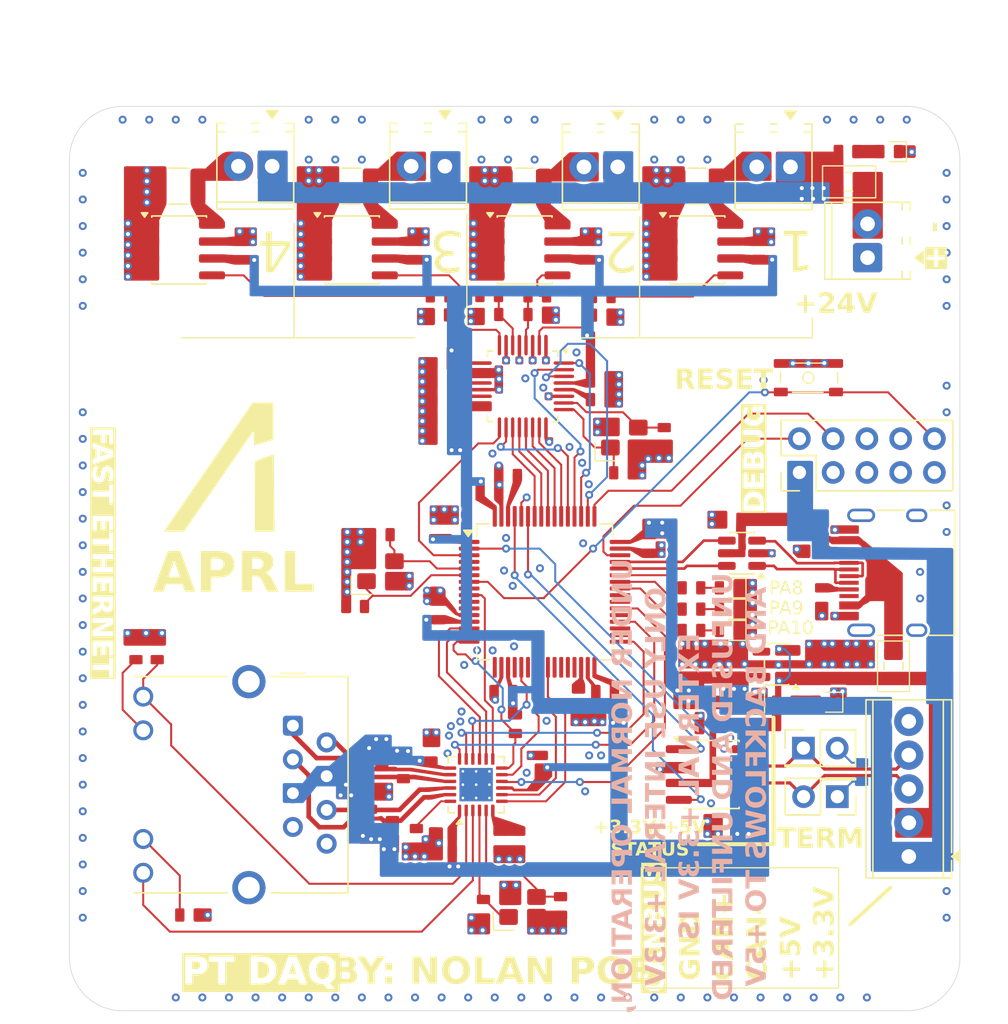
<source format=kicad_pcb>
(kicad_pcb (version 20241229) (generator "pcbnew") (generator_version "9.0")
  (title_block (title "PT DAQ") (date "2026-01-01") (rev "1A") (company "Aggie Propulsion and Rocketry Lab") (comment 1 "By: Nolan Poe") (comment 2 "Checked By: Daniel Fan"))
  (layers (0 "F.Cu" signal) (4 "In1.Cu" signal) (6 "In2.Cu" signal) (2 "B.Cu" signal) (13 "F.Paste" user) (15 "B.Paste" user) (5 "F.SilkS" user "F.Silkscreen") (7 "B.SilkS" user "B.Silkscreen") (1 "F.Mask" user) (3 "B.Mask" user) (25 "Edge.Cuts" user))
  (net 0 "")
  (net 1 "GND")
  (net 2 "+3.3V")
  (net 3 "+5V")
  (net 4 "Net-(C7-Pad1)")
  (net 5 "Net-(C9-Pad1)")
  (net 6 "Net-(U6-REFP)")
  (net 7 "+24V")
  (net 8 "Net-(U1-PH0)")
  (net 9 "Net-(U1-PH1)")
  (net 10 "Net-(U6-REFEXT)")
  (net 11 "Net-(U6-CAP)")
  (net 12 "Net-(U6-XTAL2)")
  (net 16 "Net-(U6-XTAL1{slash}CLKIN)")
  (net 17 "Net-(U8-VBUS)")
  (net 18 "Net-(U10-XTAL1{slash}CLKIN)")
  (net 19 "Net-(U10-XTAL2)")
  (net 20 "Net-(U10-VDDCR)")
  (net 21 "Net-(D4-A)")
  (net 22 "ETH_MDIO")
  (net 23 "ETH_REF_CLK")
  (net 25 "ETH_TX_EN")
  (net 26 "ETH_RXD0")
  (net 27 "FDCAN_STDBY")
  (net 28 "ETH_MDC")
  (net 29 "ETH_~{RST}")
  (net 30 "USB_D-")
  (net 33 "ETH_CRS_DV")
  (net 34 "FDCAN_TX")
  (net 35 "Net-(D5-A)")
  (net 37 "ETH_TXD0")
  (net 38 "FDCAN_RX")
  (net 39 "ETH_TXD1")
  (net 42 "USB_D+")
  (net 43 "ETH_RXD1")
  (net 49 "Net-(D6-A)")
  (net 50 "Net-(U10-RBIAS)")
  (net 51 "ETH_RXER")
  (net 54 "Net-(J6-Pin_2)")
  (net 56 "Net-(J7-CC1)")
  (net 58 "Net-(J7-CC2)")
  (net 59 "Net-(J8-Pin_2)")
  (net 60 "Net-(J9-Pin_1)")
  (net 61 "Net-(J11-Pad11)")
  (net 63 "Net-(J11-Pad10)")
  (net 68 "Net-(D1-A)")
  (net 69 "Net-(D2-A)")
  (net 70 "Net-(D3-A)")
  (net 71 "Net-(R8-Pad1)")
  (net 72 "Net-(R9-Pad1)")
  (net 73 "Net-(R10-Pad1)")
  (net 74 "Net-(R11-Pad1)")
  (net 75 "/Analog/AIN1+")
  (net 76 "/Analog/AIN2+")
  (net 77 "/Analog/AIN3+")
  (net 78 "/Analog/AIN4+")
  (net 79 "/Microcontroller/SWCLK")
  (net 80 "/Microcontroller/SWDIO")
  (net 81 "/Microcontroller/~{RST}")
  (net 82 "Net-(J2-Pin_2)")
  (net 83 "Net-(J3-Pin_2)")
  (net 84 "Net-(J4-Pin_2)")
  (net 85 "Net-(J5-Pin_2)")
  (net 86 "/Microcontroller/USB_CONN_D-")
  (net 87 "/Microcontroller/USB_CONN_D+")
  (net 88 "/Connectivity/CAN+")
  (net 89 "/Connectivity/CAN-")
  (net 90 "/Connectivity/TX+")
  (net 91 "/Connectivity/LED2-INTSEL")
  (net 92 "/Connectivity/LED1-REGOFF")
  (net 93 "/Connectivity/TX-")
  (net 94 "/Connectivity/RX+")
  (net 95 "/Connectivity/RX-")
  (net 96 "/Microcontroller/USER_LED_1")
  (net 97 "/Microcontroller/USER_LED_2")
  (net 98 "/Microcontroller/USER_LED_3")
  (net 99 "~{CS}")
  (net 100 "~{DRDY}")
  (net 101 "M1")
  (net 102 "MOSI")
  (net 103 "~{ADC_RESET}")
  (net 104 "MISO")
  (net 105 "~{DONE}")
  (net 106 "M0")
  (net 107 "SCLK")
  (net 108 "M2")
  (footprint "aprlprints:C_0805-noct" (layer "F.Cu") (at 147.8 115.375 90)
    (property "Reference" "C34" (hide yes))
    (property "Value" "22uF")
  )
  (footprint "Package_QFP:LQFP-64_10x10mm_P0.5mm" (layer "F.Cu") (at 133.35 109.825)
    (property "Reference" "U1" (hide yes))
    (property "Value" "STM32H563RITx")
  )
  (footprint "aprlprints:C_0603-noct" (layer "F.Cu") (at 131.4 128.525 -90)
    (property "Reference" "C44" (hide yes))
    (property "Value" "1uF")
  )
  (footprint "aprlprints:C_0805-noct" (layer "F.Cu") (at 155.6 115.425 90)
    (property "Reference" "C30" (hide yes))
    (property "Value" "22uF")
  )
  (footprint "aprlprints:LED_0603-noct" (layer "F.Cu") (at 147.2 111.125 180)
    (property "Reference" "D2" (hide yes))
    (property "Value" "LED")
  )
  (footprint "aprlprints:LED_0603-noct" (layer "F.Cu") (at 154.4875 118.125 180)
    (property "Reference" "D5" (hide yes))
    (property "Value" "LED_Small")
  )
  (footprint "aprlprints:LED_0603-noct" (layer "F.Cu") (at 148.5975 118.145 180)
    (property "Reference" "D6" (hide yes))
    (property "Value" "LED_Small")
  )
  (footprint "aprlprints:LED_0603-noct" (layer "F.Cu") (at 147.2 112.725 180)
    (property "Reference" "D1" (hide yes))
    (property "Value" "LED")
  )
  (footprint "aprlprints:R_0603-noct" (layer "F.Cu") (at 144.4 109.525 180)
    (property "Reference" "R3" (hide yes))
    (property "Value" "10k")
  )
  (footprint "aprlprints:C_0603-noct" (layer "F.Cu") (at 125.417162 89.002057 180)
    (property "Reference" "C19" (hide yes))
    (property "Value" "6.8nF")
  )
  (footprint "aprlprints:C_0603-noct" (layer "F.Cu") (at 129.2 102.475)
    (property "Reference" "C5" (hide yes))
    (property "Value" "100nF")
  )
  (footprint "aprlprints:APRL_Logo_2Layer-v1-noct" (layer "F.Cu") (at 110.45 101.2)
    (property "Reference" "REF**" (hide yes))
    (property "Value" "APRL_Logo_2Layer-v1")
  )
  (footprint "TerminalBlock_Phoenix:TerminalBlock_Phoenix_MPT-0,5-2-2.54_1x02_P2.54mm_Horizontal" (layer "F.Cu") (at 151.85 77.875 180)
    (property "Reference" "J2" (hide yes))
    (property "Value" "Conn_02x01")
  )
  (footprint "aprlprints:SKRPANE010-noct" (layer "F.Cu") (at 153.2 93.725)
    (property "Reference" "SW1" (hide yes))
    (property "Value" "SW_MEC_5E")
  )
  (footprint "Package_SO:SOIC-8_3.9x4.9mm_P1.27mm" (layer "F.Cu") (at 145.925 123.56)
    (property "Reference" "U9" (hide yes))
    (property "Value" "TJA1042T-3")
  )
  (footprint "aprlprints:R_0603-noct" (layer "F.Cu") (at 104.2 114.225 90)
    (property "Reference" "R19" (hide yes))
    (property "Value" "10k")
  )
  (footprint "aprlprints:3225-4P-L-noct" (layer "F.Cu") (at 131.69 133.57)
    (property "Reference" "Y3" (hide yes))
    (property "Value" "25 MHz")
  )
  (footprint "TerminalBlock_Phoenix:TerminalBlock_Phoenix_MPT-0,5-2-2.54_1x02_P2.54mm_Horizontal" (layer "F.Cu") (at 138.85 77.875 180)
    (property "Reference" "J3" (hide yes))
    (property "Value" "Conn_02x01")
  )
  (footprint "aprlprints:LED_0603-noct" (layer "F.Cu") (at 147.2 109.525 180)
    (property "Reference" "D3" (hide yes))
    (property "Value" "LED")
  )
  (footprint "aprlprints:C_0603-noct" (layer "F.Cu") (at 145.725 119.8 180)
    (property "Reference" "C37" (hide yes))
    (property "Value" "100nF")
  )
  (footprint "aprlprints:C_0603-noct" (layer "F.Cu") (at 130.6 101.075 180)
    (property "Reference" "C9" (hide yes))
    (property "Value" "2.2uF")
  )
  (footprint "aprlprints:R_0603-noct" (layer "F.Cu") (at 132.8 87.575 180)
    (property "Reference" "R9" (hide yes))
    (property "Value" "330R")
  )
  (footprint "aprlprints:R_0603-noct" (layer "F.Cu") (at 121.1 122.275 -90)
    (property "Reference" "R21" (hide yes))
    (property "Value" "47R")
  )
  (footprint "Package_SO:SOIC-8_3.9x4.9mm_P1.27mm" (layer "F.Cu") (at 105.85 84.125)
    (property "Reference" "U5" (hide yes))
    (property "Value" "INA241A1xD")
  )
  (footprint "aprlprints:C_0603-noct" (layer "F.Cu") (at 147.4375 104.375 180)
    (property "Reference" "C35" (hide yes))
    (property "Value" "100nF")
  )
  (footprint "aprlprints:C_0603-noct" (layer "F.Cu") (at 134.55 133.445 -90)
    (property "Reference" "C39" (hide yes))
    (property "Value" "10pF")
  )
  (footprint "aprlprints:R_0603-noct" (layer "F.Cu") (at 145.71 118.145)
    (property "Reference" "R14" (hide yes))
    (property "Value" "10k")
  )
  (footprint "aprlprints:C_0603-noct" (layer "F.Cu") (at 141.2 106.225 -90)
    (property "Reference" "C6" (hide yes))
    (property "Value" "100nF")
  )
  (footprint "aprlprints:C_0603-noct" (layer "F.Cu") (at 125.4 111.225 90)
    (property "Reference" "C4" (hide yes))
    (property "Value" "100nF")
  )
  (footprint "aprlprints:C_0603-noct" (layer "F.Cu") (at 125.8 105.125 90)
    (property "Reference" "C11" (hide yes))
    (property "Value" "100nF")
  )
  (footprint "Package_SO:SOIC-8_3.9x4.9mm_P1.27mm" (layer "F.Cu") (at 144.85 84.125)
    (property "Reference" "U2" (hide yes))
    (property "Value" "INA241A1xD")
  )
  (footprint "libpt:QFP-32_5x5_Pitch0.5mm" (layer "F.Cu") (at 131.7 94.375 -90)
    (property "Reference" "U6" (hide yes))
    (property "Value" "ADS131A04")
  )
  (footprint "aprlprints:C_0603-noct" (layer "F.Cu") (at 139.25 100.875)
    (property "Reference" "C27" (hide yes))
    (property "Value" "10pF")
  )
  (footprint "aprlprints:C_0603-noct" (layer "F.Cu") (at 125.7 129.425 180)
    (property "Reference" "C38" (hide yes))
    (property "Value" "1uF")
  )
  (footprint "aprlprints:C_0603-noct" (layer "F.Cu") (at 130.25 117.325 180)
    (property "Reference" "C10" (hide yes))
    (property "Value" "100nF")
  )
  (footprint "Package_SO:SOIC-8_3.9x4.9mm_P1.27mm" (layer "F.Cu") (at 118.85 84.125)
    (property "Reference" "U4" (hide yes))
    (property "Value" "INA241A1xD")
  )
  (footprint "TerminalBlock_Phoenix:TerminalBlock_Phoenix_MPT-0,5-2-2.54_1x02_P2.54mm_Horizontal" (layer "F.Cu") (at 112.85 77.825 180)
    (property "Reference" "J5" (hide yes))
    (property "Value" "Conn_02x01")
  )
  (footprint "aprlprints:R_0603-noct" (layer "F.Cu") (at 131.15 119.775 -90)
    (property "Reference" "R18" (hide yes))
    (property "Value" "1.5k")
  )
  (footprint "aprlprints:C_0603-noct" (layer "F.Cu") (at 129.2 88.975 180)
    (property "Reference" "C18" (hide yes))
    (property "Value" "6.8nF")
  )
  (footprint "aprlprints:C_0603-noct" (layer "F.Cu") (at 125.65 92.675 180)
    (property "Reference" "C23" (hide yes))
    (property "Value" "100nF")
  )
  (footprint "aprlprints:R_0603-noct" (layer "F.Cu") (at 122.725 123.175 -90)
    (property "Reference" "R20" (hide yes))
    (property "Value" "47R")
  )
  (footprint "aprlprints:C_0603-noct" (layer "F.Cu") (at 124.8 121.85 90)
    (property "Reference" "C42" (hide yes))
    (property "Value" "100nF")
  )
  (footprint "aprlprints:R_0603-noct" (layer "F.Cu") (at 144.4 112.725 180)
    (property "Reference" "R1" (hide yes))
    (property "Value" "10k")
  )
  (footprint "aprlprints:R_0603-noct" (layer "F.Cu") (at 137.65 87.625 180)
    (property "Reference" "R8" (hide yes))
    (property "Value" "330R")
  )
  (footprint "Package_TO_SOT_SMD:SOT-23-6" (layer "F.Cu") (at 148.2 106.925 180)
    (property "Reference" "U8" (hide yes))
    (property "Value" "USBLC6-2SC6")
  )
  (footprint "aprlprints:C_0603-noct" (layer "F.Cu") (at 125.7 128.025 180)
    (property "Reference" "C40" (hide yes))
    (property "Value" "100nF")
  )
  (footprint "aprlprints:C_0603-noct" (layer "F.Cu") (at 120.175 124.675)
    (property "Reference" "C46" (hide yes))
    (property "Value" "220nF")
  )
  (footprint "aprlprints:R_0603-noct" (layer "F.Cu") (at 151.5 118.125)
    (property "Reference" "R13" (hide yes))
    (property "Value" "10k")
  )
  (footprint "aprlprints:C_0603-noct" (layer "F.Cu") (at 125.65 95.475)
    (property "Reference" "C21" (hide yes))
    (property "Value" "1uF")
  )
  (footprint "aprlprints:C_0805-noct" (layer "F.Cu") (at 144.2 115.375 90)
    (property "Reference" "C32" (hide yes))
    (property "Value" "22uF")
  )
  (footprint "Resistor_SMD:R_1210_3225Metric" (layer "F.Cu") (at 144.85 79.325 180)
    (property "Reference" "R4" (hide yes))
    (property "Value" "13.7R")
  )
  (footprint "aprlprints:C_0603-noct" (layer "F.Cu") (at 133.1 122.825 90)
    (property "Reference" "C43" (hide yes))
    (property "Value" "100nF")
  )
  (footprint "MountingHole:MountingHole_3.2mm_M3" (layer "F.Cu") (at 160.6 137.325)
    (property "Reference" "H3" (hide yes))
    (property "Value" "MountingHole")
  )
  (footprint "aprlprints:C_0603-noct" (layer "F.Cu") (at 125.65 94.075 180)
    (property "Reference" "C20" (hide yes))
    (property "Value" "1uF")
  )
  (footprint "aprlprints:C_0603-noct" (layer "F.Cu") (at 137.5 95.375 180)
    (property "Reference" "C22" (hide yes))
    (property "Value" "1uF")
  )
  (footprint "Connector_PinHeader_2.54mm:PinHeader_2x01_P2.54mm_Vertical" (layer "F.Cu") (at 155.375 125.225 180)
    (property "Reference" "J9" (hide yes))
    (property "Value" "Conn_02x01")
  )
  (footprint "aprlprints:C_0603-noct" (layer "F.Cu") (at 125.65 98.275 180)
    (property "Reference" "C28" (hide yes))
    (property "Value" "1uF")
  )
  (footprint "aprlprints:C_0603-noct" (layer "F.Cu") (at 125.65 96.875 180)
    (property "Reference" "C26" (hide yes))
    (property "Value" "100nF")
  )
  (footprint "aprlprints:C_0603-noct" (layer "F.Cu") (at 149.45 84.125 90)
    (property "Reference" "C12" (hide yes))
    (property "Value" "100nF")
  )
  (footprint "aprlprints:C_0805-noct" (layer "F.Cu") (at 146 115.375 90)
    (property "Reference" "C33" (hide yes))
    (property "Value" "22uF")
  )
  (footprint "aprlprints:C_0603-noct" (layer "F.Cu") (at 147.1 127.025 180)
    (property "Reference" "C36" (hide yes))
    (property "Value" "100nF")
  )
  (footprint "aprlprints:LED_0603-noct" (layer "F.Cu") (at 159.275 76.725 180)
    (property "Reference" "D4" (hide yes))
    (property "Value" "LED_Small")
  )
  (footprint "aprlprints:C_0603-noct" (layer "F.Cu") (at 110.51 84.165 90)
    (property "Reference" "C15" (hide yes))
    (property "Value" "100nF")
  )
  (footprint "aprlprints:C_0603-noct" (layer "F.Cu") (at 121.025 105.53 180)
    (property "Reference" "C1" (hide yes))
    (property "Value" "10pF")
  )
  (footprint "aprlprints:3225-4P-L-noct" (layer "F.Cu") (at 139.35 98.275)
    (property "Reference" "Y2" (hide yes))
    (property "Value" "16.384 MHz")
  )
  (footprint "TerminalBlock_Phoenix:TerminalBlock_Phoenix_MPT-0,5-2-2.54_1x02_P2.54mm_Horizontal" (layer "F.Cu") (at 157.65 84.7 90)
    (property "Reference" "J6" (hide yes))
    (property "Value" "Screw_Terminal_01x02")
  )
  (footprint "aprlprints:C_0603-noct" (layer "F.Cu") (at 119.1 110.925 180)
    (property "Reference" "C3" (hide yes))
    (property "Value" "10pF")
  )
  (footprint "Connector_RJ:RJ45_Hanrun_HR911105A_Horizontal" (layer "F.Cu") (at 114.41 119.885 -90)
    (property "Reference" "J11" (hide yes))
    (property "Value" "RJ45_Hanrun_HR911105A_Horizontal")
  )
  (footprint "aprlprints:C_0603-noct" (layer "F.Cu") (at 123.5 84.15 90)
    (property "Reference" "C14" (hide yes))
    (property "Value" "100nF")
  )
  (footprint "MountingHole:MountingHole_3.2mm_M3" (layer "F.Cu") (at 101.6 91.325)
    (property "Reference" "H1" (hide yes))
    (property "Value" "MountingHole")
  )
  (footprint "Fuse:Fuse_0805_2012Metric" (layer "F.Cu") (at 156.2625 79)
    (property "Reference" "F1" (hide yes))
    (property "Value" "100mA Hold")
  )
  (footprint "TerminalBlock_Phoenix:TerminalBlock_Phoenix_MPT-0,5-2-2.54_1x02_P2.54mm_Horizontal" (layer "F.Cu") (at 125.85 77.825 180)
    (property "Reference" "J4" (hide yes))
    (property "Value" "Conn_02x01")
  )
  (footprint "Resistor_SMD:R_1210_3225Metric" (layer "F.Cu") (at 118.775 79.325 180)
    (property "Reference" "R6" (hide yes))
    (property "Value" "13.7R")
  )
  (footprint "aprlprints:C_0805-noct" (layer "F.Cu") (at 157.4 115.425 90)
    (property "Reference" "C31" (hide yes))
    (property "Value" "22uF")
  )
  (footprint "aprlprints:R_0603-noct" (layer "F.Cu") (at 123.7 128.325 -90)
    (property "Reference" "R22" (hide yes))
    (property "Value" "12.1k")
  )
  (footprint "aprlprints:C_0603-noct" (layer "F.Cu") (at 136.31 84.125 90)
    (property "Reference" "C13" (hide yes))
    (property "Value" "100nF")
  )
  (footprint "aprlprints:R_0603-noct" (layer "F.Cu") (at 144.4 111.125 180)
    (property "Reference" "R2" (hide yes))
    (property "Value" "10k")
  )
  (footprint "Package_TO_SOT_SMD:SOT-23-5" (layer "F.Cu") (at 150.8 115.275 180)
    (property "Reference" "U7" (hide yes))
    (property "Value" "AP2112K-3.3")
  )
  (footprint "aprlprints:R_0603-noct" (layer "F.Cu") (at 153.7 106.775)
    (property "Reference" "R15" (hide yes))
    (property "Value" "4.7k")
  )
  (footprint "aprlprints:R_0603-noct" (layer "F.Cu") (at 102.6 114.225 90)
    (property "Reference" "R25" (hide yes))
    (property "Value" "330R")
  )
  (footprint "MountingHole:MountingHole_3.2mm_M3" (layer "F.Cu") (at 101.6 137.325)
    (property "Reference" "H4" (hide yes))
    (property "Value" "MountingHole")
  )
  (footprint "aprlprints:C_0603-noct" (layer "F.Cu") (at 128.75 133.655 -90)
    (property "Reference" "C41" (hide yes))
    (property "Value" "10pF")
  )
  (footprint "aprlprints:3225-4P-L-noct" (layer "F.Cu") (at 121 108.325)
    (property "Reference" "Y1" (hide yes))
    (property "Value" "25 MHz")
  )
  (footprint "aprlprints:C_0603-noct" (layer "F.Cu") (at 142.35 98.175 -90)
    (property "Reference" "C25" (hide yes))
    (property "Value" "10pF")
  )
  (footprint "aprlprints:C_0603-noct" (layer "F.Cu") (at 132.8 88.975)
    (property "Reference" "C17" (hide yes))
    (property "Value" "6.8nF")
  )
  (footprint "aprlprints:C_0805-noct" (layer "F.Cu") (at 153.8 115.425 90)
    (property "Reference" "C29" (hide yes))
    (property "Value" "22uF")
  )
  (footprint "aprlprints:R_0603-noct" (layer "F.Cu") (at 120.25 126.875 90)
    (property "Reference" "R24" (hide yes))
    (property "Value" "47R")
  )
  (footprint "aprlprints:C_0603-noct" (layer "F.Cu") (at 130 128.525 -90)
    (property "Reference" "C45" (hide yes))
    (property "Value" "470pF")
  )
  (footprint "aprlprints:R_0603-noct" (layer "F.Cu") (at 125.45 87.575)
    (property "Reference" "R11" (hide yes))
    (property "Value" "330R")
  )
  (footprint "aprlprints:C_0603-noct" (layer "F.Cu") (at 135.9 117.825 -90)
    (property "Reference" "C7" (hide yes))
    (property "Value" "2.2uF")
  )
  (footprint "Package_DFN_QFN:VQFN-24-1EP_4x4mm_P0.5mm_EP2.5x2.5mm_ThermalVias" (layer "F.Cu") (at 128.2 124.325 90)
    (property "Reference" "U10" (hide yes))
    (property "Value" "LAN8742A")
  )
  (footprint "Connector_USB:USB_C_Receptacle_HRO_TYPE-C-31-M-12" (layer "F.Cu") (at 160.3 108.395 90)
    (property "Reference" "J7" (hide yes))
    (property "Value" "USB_C_Receptacle_USB2.0_16P")
  )
  (footprint "Connector_PinHeader_2.54mm:PinHeader_2x01_P2.54mm_Vertical" (layer "F.Cu") (at 152.825 121.575)
    (property "Reference" "J8" (hide yes))
    (property "Value" "Conn_02x01")
  )
  (footprint "aprlprints:R_0603-noct" (layer "F.Cu") (at 156.15 76.725)
    (property "Reference" "R12" (hide yes))
    (property "Value" "150k")
  )
  (footprint "aprlprints:C_0603-noct" (layer "F.Cu") (at 137.5 93.975)
    (property "Reference" "C24" (hide yes))
    (property "Value" "100nF")
  )
  (footprint "aprlprints:C_0603-noct" (layer "F.Cu") (at 137.9 118.725 180)
    (property "Reference" "C2" (hide yes))
    (property "Value" "1uF")
  )
  (footprint "TerminalBlock_Phoenix:TerminalBlock_Phoenix_MPT-0,5-5-2.54_1x05_P2.54mm_Horizontal" (layer "F.Cu") (at 160.75 129.725 90)
    (property "Reference" "J10" (hide yes))
    (property "Value" "Screw_Terminal_01x05")
  )
  (footprint "aprlprints:C_0603-noct" (layer "F.Cu") (at 137.9 117.325 180)
    (property "Reference" "C8" (hide yes))
    (property "Value" "100nF")
  )
  (footprint "Resistor_SMD:R_1210_3225Metric" (layer "F.Cu") (at 131.85 79.325 180)
    (property "Reference" "R5" (hide yes))
    (property "Value" "13.7R")
  )
  (footprint "Connector_PinHeader_2.54mm:PinHeader_2x05_P2.54mm_Vertical" (layer "F.Cu") (at 152.52 100.85 90)
    (property "Reference" "J1" (hide yes))
    (property "Value" "Conn_02x05_Odd_Even")
  )
  (footprint "MountingHole:MountingHole_3.2mm_M3" (layer "F.Cu") (at 160.6 91.325)
    (property "Reference" "H2" (hide yes))
    (property "Value" "MountingHole")
  )
  (footprint "aprlprints:R_0603-noct" (layer "F.Cu") (at 121.9 127.725 90)
    (property "Reference" "R23" (hide yes))
    (property "Value" "47R")
  )
  (footprint "aprlprints:R_0603-noct" (layer "F.Cu") (at 129.182838 87.547943)
    (property "Reference" "R10" (hide yes))
    (property "Value" "330R")
  )
  (footprint "aprlprints:C_0603-noct" (layer "F.Cu") (at 137.65 89.025)
    (property "Reference" "C16" (hide yes))
    (property "Value" "6.8nF")
  )
  (footprint "Fuse:Fuse_0805_2012Metric" (layer "F.Cu") (at 159.6 115.3875 -90)
    (property "Reference" "F2" (hide yes))
    (property "Value" "500mA")
  )
  (footprint "Package_SO:SOIC-8_3.9x4.9mm_P1.27mm" (layer "F.Cu") (at 131.85 84.125)
    (property "Reference" "U3" (hide yes))
    (property "Value" "INA241A1xD")
  )
  (footprint "aprlprints:R_0603-noct" (layer "F.Cu") (at 106.6 134.125)
    (property "Reference" "R26" (hide yes))
    (property "Value" "330R")
  )
  (footprint "Resistor_SMD:R_1210_3225Metric" (layer "F.Cu") (at 105.8 79.325 180)
    (property "Reference" "R7" (hide yes))
    (property "Value" "13.7R")
  )
  (footprint "aprlprints:R_0603-noct" (layer "F.Cu") (at 154.2 110.225 -90)
    (property "Reference" "R16" (hide yes))
    (property "Value" "4.7k")
  )
  (footprint "aprlprints:R_0603-noct" (layer "B.Cu") (at 157.2 123.375 -90)
    (property "Reference" "R17" (hide yes))
    (property "Value" "120R")
  )
  (gr_line (start 156.35 134.825) (end 159.35 132.075) (stroke (width 0.3)) (layer "F.SilkS"))
  (gr_line (start 127.5 81.425) (end 127.5 89.825) (stroke (width 0.1)) (layer "F.SilkS"))
  (gr_line (start 150.575 128.8) (end 150.575 119.275) (stroke (width 0.3)) (layer "F.SilkS"))
  (gr_line (start 140.5 90.725) (end 136.1 90.725) (stroke (width 0.1)) (layer "F.SilkS"))
  (gr_line (start 140.5 90.725) (end 153.5 90.725) (stroke (width 0.1)) (layer "F.SilkS"))
  (gr_line (start 114.5 82.125) (end 114.5 90.725) (stroke (width 0.1)) (layer "F.SilkS"))
  (gr_rect (start 140.625 130.575) (end 155.475 139.625) (stroke (width 0.1)) (fill no) (layer "F.SilkS"))
  (gr_line (start 114.5 90.725) (end 106 90.725) (stroke (width 0.1)) (layer "F.SilkS"))
  (gr_line (start 144.9 128.8) (end 150.575 128.8) (stroke (width 0.3)) (layer "F.SilkS"))
  (gr_rect (start 158.4 113.525) (end 160.8 117.325) (stroke (width 0.1)) (fill no) (layer "F.SilkS"))
  (gr_rect (start 154.2625 77.8) (end 158.2625 80.2) (stroke (width 0.1)) (fill no) (layer "F.SilkS"))
  (gr_line (start 140.5 81.625) (end 140.5 90.725) (stroke (width 0.1)) (layer "F.SilkS"))
  (gr_line (start 114.5 90.725) (end 123.6 90.725) (stroke (width 0.1)) (layer "F.SilkS"))
  (gr_line (start 153.5 90.725) (end 153.5 89.225) (stroke (width 0.1)) (layer "F.SilkS"))
  (gr_line (start 160.6 73.325) (end 101.6 73.325) (stroke (width 0.05)) (layer "Edge.Cuts"))
  (gr_arc (start 160.6 73.325) (mid 163.428427 74.496573) (end 164.6 77.325) (stroke (width 0.05)) (layer "Edge.Cuts"))
  (gr_line (start 164.6 137.325) (end 164.6 77.325) (stroke (width 0.05)) (layer "Edge.Cuts"))
  (gr_arc (start 164.6 137.325) (mid 163.428427 140.153427) (end 160.6 141.325) (stroke (width 0.05)) (layer "Edge.Cuts"))
  (gr_line (start 97.6 77.325) (end 97.6 137.325) (stroke (width 0.05)) (layer "Edge.Cuts"))
  (gr_line (start 101.6 141.325) (end 160.6 141.325) (stroke (width 0.05)) (layer "Edge.Cuts"))
  (gr_arc (start 101.6 141.325) (mid 98.771573 140.153427) (end 97.6 137.325) (stroke (width 0.05)) (layer "Edge.Cuts"))
  (gr_arc (start 97.6 77.325) (mid 98.771573 74.496573) (end 101.6 73.325) (stroke (width 0.05)) (layer "Edge.Cuts"))
  (gr_text "-" (at 163.575 82.825 90) (layer "F.SilkS") (effects (font (size 1.5 1.5) (thickness 0.3) (bold yes)) (justify left bottom)))
  (gr_text "GND\nCAN+\nCAN-\n+5V\n+3.3V" (at 155.35 139.075 90) (layer "F.SilkS") (effects (font (size 1.5 1.5) (thickness 0.25) (bold yes)) (justify left bottom)))
  (gr_text "PT DAQ" (at 106.05 139.625 0) (layer "F.SilkS" knockout) (effects (font (size 2 2) (thickness 0.4) (bold yes)) (justify left bottom)))
  (gr_text "RESET" (at 143.1 94.825 0) (layer "F.SilkS") (effects (font (size 1.5 1.5) (thickness 0.3) (bold yes)) (justify left bottom)))
  (gr_text "FAST ETHERNET" (at 99.1 106.825 270) (layer "F.SilkS" knockout) (effects (font (size 1.5 1.5) (thickness 0.3) (bold yes)) (justify bottom)))
  (gr_text "+3.3V/+5V\nSTATUS" (at 141.275 129.825 0) (layer "F.SilkS") (effects (font (size 1 1) (thickness 0.25) (bold yes)) (justify bottom)))
  (gr_text "+24V" (at 152.1 89.1 0) (layer "F.SilkS") (effects (font (size 1.5 1.5) (thickness 0.3) (bold yes)) (justify left bottom)))
  (gr_text "3" (at 127.35 82.225 180) (layer "F.SilkS") (effects (font (size 3 3) (thickness 0.375)) (justify left bottom)))
  (gr_text "PA10" (at 150.125 113.175 0) (layer "F.SilkS") (effects (font (size 1 1) (thickness 0.1)) (justify left bottom)))
  (gr_text "APRL" (at 103.85 110.325 0) (layer "F.SilkS") (effects (font (size 3 3) (thickness 0.4) (bold yes)) (justify left bottom)))
  (gr_text "PA8" (at 150.225 110.175 0) (layer "F.SilkS") (effects (font (size 1 1) (thickness 0.1)) (justify left bottom)))
  (gr_text "1" (at 153.65 82.175 180) (layer "F.SilkS") (effects (font (size 3 3) (thickness 0.375)) (justify left bottom)))
  (gr_text "BY: NOLAN POE" (at 117.3 139.625 0) (layer "F.SilkS") (effects (font (size 2 2) (thickness 0.3) (bold yes)) (justify left bottom)))
  (gr_text "PA9" (at 150.225 111.675 0) (layer "F.SilkS") (effects (font (size 1 1) (thickness 0.1)) (justify left bottom)))
  (gr_text "TERM" (at 154.1 129.325 0) (layer "F.SilkS") (effects (font (size 1.5 1.5) (thickness 0.3) (bold yes)) (justify bottom)))
  (gr_text "+" (at 161.925 85.65 0) (layer "F.SilkS" knockout) (effects (font (size 1.5 1.5) (thickness 0.3) (bold yes)) (justify left bottom)))
  (gr_text "CANBUS" (at 142.6 135.075 90) (layer "F.SilkS" knockout) (effects (font (size 1.5 1.5) (thickness 0.3) (bold yes)) (justify bottom)))
  (gr_text "2" (at 140.4 82.225 180) (layer "F.SilkS") (effects (font (size 3 3) (thickness 0.375)) (justify left bottom)))
  (gr_text "DEBUG" (at 150.1 99.825 90) (layer "F.SilkS" knockout) (effects (font (size 1.5 1.5) (thickness 0.3) (bold yes)) (justify bottom)))
  (gr_text "4" (at 114.4 82.225 180) (layer "F.SilkS") (effects (font (size 3 3) (thickness 0.375)) (justify left bottom)))
  (gr_text "UNDER NORMAL OPERATION,\nONLY USE INTERAL +3.3V\nEXTERNAL +3.3V IS\nUNFUSED AND UNFILTERED\nAND BACKFLOWS TO +5V" (at 150.25 124.475 90) (layer "B.SilkS") (effects (font (size 1.5 1.5) (thickness 0.3) (bold yes)) (justify bottom mirror)))
  (segment (start 131.6 103.125) (end 132 102.725) (width 0.15) (layer "F.Cu") (net 1))
  (segment (start 131.6 104.15) (end 131.6 103.125) (width 0.15) (layer "F.Cu") (net 1))
  (via (at 163.6 132.325) (size 0.6) (drill 0.3) (layers "F.Cu" "B.Cu") (net 1))
  (via (at 128 82.925) (size 0.6) (drill 0.3) (layers "F.Cu" "B.Cu") (net 1))
  (via (at 115 85.325) (size 0.6) (drill 0.3) (layers "F.Cu" "B.Cu") (net 1))
  (via (at 137.7 119.625) (size 0.6) (drill 0.3) (layers "F.Cu" "B.Cu") (net 1))
  (via (at 142.025 123.175) (size 0.6) (drill 0.3) (layers "F.Cu" "B.Cu") (net 1))
  (via (at 150.4 83.525) (size 0.6) (drill 0.3) (layers "F.Cu" "B.Cu") (net 1))
  (via (at 163.6 105.325) (size 0.6) (drill 0.3) (layers "F.Cu" "B.Cu") (net 1))
  (via (at 138.95 94.975) (size 0.6) (drill 0.3) (layers "F.Cu" "B.Cu") (net 1))
  (via (at 125.8 103.625) (size 0.6) (drill 0.3) (layers "F.Cu" "B.Cu") (net 1))
  (via (at 160.975 76.75) (size 0.6) (drill 0.3) (layers "F.Cu" "B.Cu") (net 1))
  (via (at 130.6 77.325) (size 0.6) (drill 0.3) (layers "F.Cu" "B.Cu") (net 1))
  (via (at 143.6 140.325) (size 0.6) (drill 0.3) (layers "F.Cu" "B.Cu") (net 1))
  (via (at 141 82.125) (size 0.6) (drill 0.3) (layers "F.Cu" "B.Cu") (net 1))
  (via (at 119.6 140.325) (size 0.6) (drill 0.3) (layers "F.Cu" "B.Cu") (net 1))
  (via (at 163.6 84.325) (size 0.6) (drill 0.3) (layers "F.Cu" "B.Cu") (net 1))
  (via (at 124.15 93.26875) (size 0.6) (drill 0.3) (layers "F.Cu" "B.Cu") (net 1))
  (via (at 143.6 74.325) (size 0.6) (drill 0.3) (layers "F.Cu" "B.Cu") (net 1))
  (via (at 141.6 74.325) (size 0.6) (drill 0.3) (layers "F.Cu" "B.Cu") (net 1))
  (via (at 141.6 140.325) (size 0.6) (drill 0.3) (layers "F.Cu" "B.Cu") (net 1))
  (via (at 105.6 74.325) (size 0.6) (drill 0.3) (layers "F.Cu" "B.Cu") (net 1))
  (via (at 163.6 96.325) (size 0.6) (drill 0.3) (layers "F.Cu" "B.Cu") (net 1))
  (via (at 154.4 92.625) (size 0.6) (drill 0.3) (layers "F.Cu" "B.Cu") (net 1))
  (via (at 133.7 98.55) (size 0.6) (drill 0.3) (layers "F.Cu" "B.Cu") (net 1))
  (via (at 128 83.725) (size 0.6) (drill 0.3) (layers "F.Cu" "B.Cu") (net 1))
  (via (at 118.5 106.825) (size 0.6) (drill 0.3) (layers "F.Cu" "B.Cu") (net 1))
  (via (at 115 83.725) (size 0.6) (drill 0.3) (layers "F.Cu" "B.Cu") (net 1))
  (via (at 141.15 99.825) (size 0.6) (drill 0.3) (layers "F.Cu" "B.Cu") (net 1))
  (via (at 98.6 104.325) (size 0.6) (drill 0.3) (layers "F.Cu" "B.Cu") (net 1))
  (via (at 115.6 140.325) (size 0.6) (drill 0.3) (layers "F.Cu" "B.Cu") (net 1))
  (via (at 103.362742 112.925) (size 0.6) (drill 0.3) (layers "F.Cu" "B.Cu") (net 1))
  (via (at 124.15 96.24375) (size 0.6) (drill 0.3) (layers "F.Cu" "B.Cu") (net 1))
  (via (at 111.4 82.725) (size 0.6) (drill 0.3) (layers "F.Cu" "B.Cu") (net 1))
  (via (at 152.025 92.65) (size 0.6) (drill 0.3) (layers "F.Cu" "B.Cu") (net 1))
  (via (at 147.325 120.825) (size 0.6) (drill 0.3) (layers "F.Cu" "B.Cu") (net 1))
  (via (at 128 86.125) (size 0.6) (drill 0.3) (layers "F.Cu" "B.Cu") (net 1))
  (via (at 160.6 74.325) (size 0.6) (drill 0.3) (layers "F.Cu" "B.Cu") (net 1))
  (via (at 128.85 78.925) (size 0.6) (drill 0.3) (layers "F.Cu" "B.Cu") (net 1))
  (via (at 110.4 82.725) (size 0.6) (drill 0.3) (layers "F.Cu" "B.Cu") (net 1))
  (via (at 104.562742 112.925) (size 0.6) (drill 0.3) (layers "F.Cu" "B.Cu") (net 1))
  (via (at 118.5 106.075) (size 0.6) (drill 0.3) (layers "F.Cu" "B.Cu") (net 1))
  (via (at 98.6 106.325) (size 0.6) (drill 0.3) (layers "F.Cu" "B.Cu") (net 1))
  (via (at 156.8 113.725) (size 0.6) (drill 0.3) (layers "F.Cu" "B.Cu") (net 1))
  (via (at 149.82 117.335) (size 0.6) (drill 0.3) (layers "F.Cu" "B.Cu") (net 1))
  (via (at 138.95 93.525) (size 0.6) (drill 0.3) (layers "F.Cu" "B.Cu") (net 1))
  (via (at 126.6 104.425) (size 0.6) (drill 0.3) (layers "F.Cu" "B.Cu") (net 1))
  (via (at 129.6 78.925) (size 0.6) (drill 0.3) (layers "F.Cu" "B.Cu") (net 1))
  (via (at 142.6 78.125) (size 0.6) (drill 0.3) (layers "F.Cu" "B.Cu") (net 1))
  (via (at 124.4 83.525) (size 0.6) (drill 0.3) (layers "F.Cu" "B.Cu") (net 1))
  (via (at 130.95 109.375) (size 0.6) (drill 0.3) (layers "F.Cu" "B.Cu") (net 1))
  (via (at 141 83.725) (size 0.6) (drill 0.3) (layers "F.Cu" "B.Cu") (net 1))
  (via (at 146.6 113.725) (size 0.6) (drill 0.3) (layers "F.Cu" "B.Cu") (net 1))
  (via (at 115.6 78.925) (size 0.6) (drill 0.3) (layers "F.Cu" "B.Cu") (net 1))
  (via (at 130.7 129.925) (size 0.6) (drill 0.3) (layers "F.Cu" "B.Cu") (net 1))
  (via (at 98.6 96.325) (size 0.6) (drill 0.3) (layers "F.Cu" "B.Cu") (net 1))
  (via (at 148.26 113.735) (size 0.6) (drill 0.3) (layers "F.Cu" "B.Cu") (net 1))
  (via (at 125.4 128.725) (size 0.6) (drill 0.3) (layers "F.Cu" "B.Cu") (net 1))
  (via (at 98.6 110.325) (size 0.6) (drill 0.3) (layers "F.Cu" "B.Cu") (net 1))
  (via (at 163.6 103.325) (size 0.6) (drill 0.3) (layers "F.Cu" "B.Cu") (net 1))
  (via (at 158.6 74.325) (size 0.6) (drill 0.3) (layers "F.Cu" "B.Cu") (net 1))
  (via (at 98.6 78.325) (size 0.6) (drill 0.3) (layers "F.Cu" "B.Cu") (net 1))
  (via (at 108 134.125) (size 0.6) (drill 0.3) (layers "F.Cu" "B.Cu") (net 1))
  (via (at 115 84.525) (size 0.6) (drill 0.3) (layers "F.Cu" "B.Cu") (net 1))
  (via (at 133.5 119.525) (size 0.6) (drill 0.3) (layers "F.Cu" "B.Cu") (net 1))
  (via (at 157.9 113.725) (size 0.6) (drill 0.3) (layers "F.Cu" "B.Cu") (net 1))
  (via (at 128.69 135.275) (size 0.6) (drill 0.3) (layers "F.Cu" "B.Cu") (net 1))
  (via (at 146.5 115.275) (size 0.6) (drill 0.3) (layers "F.Cu" "B.Cu") (net 1))
  (via (at 124.15 92.525) (size 0.6) (drill 0.3) (layers "F.Cu" "B.Cu") (net 1))
  (via (at 137.325 97.05) (size 0.6) (drill 0.3) (layers "F.Cu" "B.Cu") (net 1))
  (via (at 135.7 119.625) (size 0.6) (drill 0.3) (layers "F.Cu" "B.Cu") (net 1))
  (via (at 151.6 140.325) (size 0.6) (drill 0.3) (layers "F.Cu" "B.Cu") (net 1))
  (via (at 131.6 140.325) (size 0.6) (drill 0.3) (layers "F.Cu" "B.Cu") (net 1))
  (via (at 128 84.525) (size 0.6) (drill 0.3) (layers "F.Cu" "B.Cu") (net 1))
  (via (at 134.75 135.295) (size 0.6) (drill 0.3) (layers "F.Cu" "B.Cu") (net 1))
  (via (at 131.5 129.925) (size 0.6) (drill 0.3) (layers "F.Cu" "B.Cu") (net 1))
  (via (at 156.1 115.275) (size 0.6) (drill 0.3) (layers "F.Cu" "B.Cu") (net 1))
  (via (at 145.9375 104.025) (size 0.6) (drill 0.3) (layers "F.Cu" "B.Cu") (net 1))
  (via (at 130.45 92.425) (size 0.6) (drill 0.3) (layers "F.Cu" "B.Cu") (net 1))
  (via (at 155.6 140.325) (size 0.6) (drill 0.3) (layers "F.Cu" "B.Cu") (net 1))
  (via (at 98.6 128.325) (size 0.6) (drill 0.3) (layers "F.Cu" "B.Cu") (net 1))
  (via (at 163.6 78.325) (size 0.6) (drill 0.3) (layers "F.Cu" "B.Cu") (net 1))
  (via (at 127.84 134.325) (size 0.6) (drill 0.3) (layers "F.Cu" "B.Cu") (net 1))
  (via (at 124.05 89.475003) (size 0.6) (drill 0.3) (layers "F.Cu" "B.Cu") (net 1))
  (via (at 116.375 78.925) (size 0.6) (drill 0.3) (layers "F.Cu" "B.Cu") (net 1))
  (via (at 124.5 109.725) (size 0.6) (drill 0.3) (layers "F.Cu" "B.Cu") (net 1))
  (via (at 149 111.575) (size 0.6) (drill 0.3) (layers "F.Cu" "B.Cu") (net 1))
  (via (at 98.6 108.325) (size 0.6) (drill 0.3) (layers "F.Cu" "B.Cu") (net 1))
  (via (at 136.7 122.125) (size 0.6) (drill 0.3) (layers "F.Cu" "B.Cu") (net 1))
  (via (at 127.84 135.275) (size 0.6) (drill 0.3) (layers "F.Cu" "B.Cu") (net 1))
  (via (at 98.6 122.325) (size 0.6) (drill 0.3) (layers "F.Cu" "B.Cu") (net 1))
  (via (at 149.18 117.335) (size 0.6) (drill 0.3) (layers "F.Cu" "B.Cu") (net 1))
  (via (at 136.4 124.825) (size 0.6) (drill 0.3) (layers "F.Cu" "B.Cu") (net 1))
  (via (at 140.7 101.075) (size 0.6) (drill 0.3) (layers "F.Cu" "B.Cu") (net 1))
  (via (at 124.15 98.475) (size 0.6) (drill 0.3) (layers "F.Cu" "B.Cu") (net 1))
  (via (at 141.75 78.125) (size 0.6) (drill 0.3) (layers "F.Cu" "B.Cu") (net 1))
  (via (at 137.4 83.525) (size 0.6) (drill 0.3) (layers "F.Cu" "B.Cu") (net 1))
  (via (at 118.5 108.325) (size 0.6) (drill 0.3) (layers "F.Cu" "B.Cu") (net 1))
  (via (at 153.6 140.325) (size 0.6) (drill 0.3) (layers "F.Cu" "B.Cu") (net 1))
  (via (at 140.7 100.325) (size 0.6) (drill 0.3) (layers "F.Cu" "B.Cu") (net 1))
  (via (at 98.6 118.325) (size 0.6) (drill 0.3) (layers "F.Cu" "B.Cu") (net 1))
  (via (at 147.2 115.275) (size 0.6) (drill 0.3) (layers "F.Cu" "B.Cu") (net 1))
  (via (at 101.6 74.325) (size 0.6) (drill 0.3) (layers "F.Cu" "B.Cu") (net 1))
  (via (at 145.4 115.275) (size 0.6) (drill 0.3) (layers "F.Cu" "B.Cu") (net 1))
  (via (at 136.175 100.125) (size 0.6) (drill 0.3) (layers "F.Cu" "B.Cu") (net 1))
  (via (at 121.6 140.325) (size 0.6) (drill 0.3) (layers "F.Cu" "B.Cu") (net 1))
  (via (at 147.6 140.325) (size 0.6) (drill 0.3) (layers "F.Cu" "B.Cu") (net 1))
  (via (at 134.2 89.375) (size 0.6) (drill 0.3) (layers "F.Cu" "B.Cu") (net 1))
  (via (at 136.4 119.625) (size 0.6) (drill 0.3) (layers "F.Cu" "B.Cu") (net 1))
  (via (at 98.6 114.325) (size 0.6) (drill 0.3) (layers "F.Cu" "B.Cu") (net 1))
  (via (at 124.475 120.4) (size 0.6) (drill 0.3) (layers "F.Cu" "B.Cu") (net 1))
  (via (at 139.6 140.325) (size 0.6) (drill 0.3) (layers "F.Cu" "B.Cu") (net 1))
  (via (at 161.6 110.325) (size 0.6) (drill 0.3) (layers "F.Cu" "B.Cu") (net 1))
  (via (at 129.6 140.325) (size 0.6) (drill 0.3) (layers "F.Cu" "B.Cu") (net 1))
  (via (at 119.5 105.325) (size 0.6) (drill 0.3) (layers "F.Cu" "B.Cu") (net 1))
  (via (at 124.05 88.775) (size 0.6) (drill 0.3) (layers "F.Cu" "B.Cu") (net 1))
  (via (at 141 86.125) (size 0.6) (drill 0.3) (layers "F.Cu" "B.Cu") (net 1))
  (via (at 137.6 122.125) (size 0.6) (drill 0.3) (layers "F.Cu" "B.Cu") (net 1))
  (via (at 131.2 131.875) (size 0.6) (drill 0.3) (layers "F.Cu" "B.Cu") (net 1))
  (via (at 98.6 102.325) (size 0.6) (drill 0.3) (layers "F.Cu" "B.Cu") (net 1))
  (via (at 136.25 106.175) (size 0.6) (drill 0.3) (layers "F.Cu" "B.Cu") (net 1))
  (via (at 113.6 140.325) (size 0.6) (drill 0.3) (layers "F.Cu" "B.Cu") (net 1))
  (via (at 122.9 129.025) (size 0.6) (drill 0.3) (layers "F.Cu" "B.Cu") (net 1))
  (via (at 111.4 83.525) (size 0.6) (drill 0.3) (layers "F.Cu" "B.Cu") (net 1))
  (via (at 131.9 93.775) (size 0.6) (drill 0.3) (layers "F.Cu" "B.Cu") (net 1))
  (via (at 150.4 82.725) (size 0.6) (drill 0.3) (layers "F.Cu" "B.Cu") (net 1))
  (via (at 118.5 107.575) (size 0.6) (drill 0.3) (layers "F.Cu" "B.Cu") (net 1))
  (via (at 141 85.325) (size 0.6) (drill 0.3) (layers "F.Cu" "B.Cu") (net 1))
  (via (at 124.4 128.425) (size 0.6) (drill 0.3) (layers "F.Cu" "B.Cu") (net 1))
  (via (at 115.6 74.325) (size 0.6) (drill 0.3) (layers "F.Cu" "B.Cu") (net 1))
  (via (at 136.675 101.736471) (size 0.6) (drill 0.3) (layers "F.Cu" "B.Cu") (net 1))
  (via (at 149 109.875) (size 0.6) (drill 0.3) (layers "F.Cu" "B.Cu") (net 1))
  (via (at 131.05 113.925) (size 0.6) (drill 0.3) (layers "F.Cu" "B.Cu") (net 1))
  (via (at 163.6 134.325) (size 0.6) (drill 0.3) (layers "F.Cu" "B.Cu") (net 1))
  (via (at 125 103.625) (size 0.6) (drill 0.3) (layers "F.Cu" "B.Cu") (net 1))
  (via (at 129.6 78.125) (size 0.6) (drill 0.3) (layers "F.Cu" "B.Cu") (net 1))
  (via (at 137.4 82.725) (size 0.6) (drill 0.3) (layers "F.Cu" "B.Cu") (net 1))
  (via (at 132.45 92.425) (size 0.6) (drill 0.3) (layers "F.Cu" "B.Cu") (net 1))
  (via (at 119.5 106.075) (size 0.6) (drill 0.3) (layers "F.Cu" "B.Cu") (net 1))
  (via (at 142.15 106.975) (size 0.6) (drill 0.3) (layers "F.Cu" "B.Cu") (net 1))
  (via (at 133.19 135.295) (size 0.6) (drill 0.3) (layers "F.Cu" "B.Cu") (net 1))
  (via (at 129.9 129.925) (size 0.6) (drill 0.3) (layers "F.Cu" "B.Cu") (net 1))
  (via (at 141.75 78.925) (size 0.6) (drill 0.3) (layers "F.Cu" "B.Cu") (net 1))
  (via (at 129.95 101.775) (size 0.6) (drill 0.3) (layers "F.Cu" "B.Cu") (net 1))
  (via (at 107.6 140.325) (size 0.6) (drill 0.3) (layers "F.Cu" "B.Cu") (net 1))
  (via (at 150.4375 106.925) (size 0.6) (drill 0.3) (layers "F.Cu" "B.Cu") (net 1))
  (via (at 103.425 78.15) (size 0.6) (drill 0.3) (layers "F.Cu" "B.Cu") (net 1))
  (via (at 153.25 115.275) (size 0.6) (drill 0.3) (layers "F.Cu" "B.Cu") (net 1))
  (via (at 143.7 115.275) (size 0.6) (drill 0.3) (layers "F.Cu" "B.Cu") (net 1))
  (via (at 155.765122 117.315) (size 0.6) (drill 0.3) (layers "F.Cu" "B.Cu") (net 1))
  (via (at 155 113.725) (size 0.6) (drill 0.3) (layers "F.Cu" "B.Cu") (net 1))
  (via (at 139.05 89.525) (size 0.6) (drill 0.3) (layers "F.Cu" "B.Cu") (net 1))
  (via (at 145.6 128.025) (size 0.6) (drill 0.3) (layers "F.Cu" "B.Cu") (net 1))
  (via (at 102 86.125) (size 0.6) (drill 0.3) (layers "F.Cu" "B.Cu") (net 1))
  (via (at 156.1 113.725) (size 0.6) (drill 0.3) (layers "F.Cu" "B.Cu") (net 1))
  (via (at 133.25 94.475) (size 0.6) (drill 0.3) (layers "F.Cu" "B.Cu") (net 1))
  (via (at 103.6 74.325) (size 0.6) (drill 0.3) (layers "F.Cu" "B.Cu") (net 1))
  (via (at 118.5 109.825) (size 0.6) (drill 0.3) (layers "F.Cu" "B.Cu") (net 1))
  (via (at 133.65 95.125) (size 0.6) (drill 0.3) (layers "F.Cu" "B.Cu") (net 1))
  (via (at 107.6 74.325) (size 0.6) (drill 0.3) (layers "F.Cu" "B.Cu") (net 1))
  (via (at 149.6 140.325) (size 0.6) (drill 0.3) (layers "F.Cu" "B.Cu") (net 1))
  (via (at 124.4 82.725) (size 0.6) (drill 0.3) (layers "F.Cu" "B.Cu") (net 1))
  (via (at 125.6 140.325) (size 0.6) (drill 0.3) (layers "F.Cu" "B.Cu") (net 1))
  (via (at 163.6 80.325) (size 0.6) (drill 0.3) (layers "F.Cu" "B.Cu") (net 1))
  (via (at 142.15 106.325) (size 0.6) (drill 0.3) (layers "F.Cu" "B.Cu") (net 1))
  (via (at 135.222043 98.93387) (size 0.6) (drill 0.3) (layers "F.Cu" "B.Cu") (net 1))
  (via (at 124.3 129.725) (size 0.6) (drill 0.3) (layers "F.Cu" "B.Cu") (net 1))
  (via (at 123.175 109.375) (size 0.6) (drill 0.3) (layers "F.Cu" "B.Cu") (net 1))
  (via (at 129.425303 99.424758) (size 0.6) (drill 0.3) (layers "F.Cu" "B.Cu") (net 1))
  (via (at 136.4 82.725) (size 0.6) (drill 0.3) (layers "F.Cu" "B.Cu") (net 1))
  (via (at 138.95 95.675) (size 0.6) (drill 0.3) (layers "F.Cu" "B.Cu") (net 1))
  (via (at 127.01 119.575) (size 0.6) (drill 0.3) (layers "F.Cu" "B.Cu") (net 1))
  (via (at 126.05 121.975) (size 0.6) (drill 0.3) (layers "F.Cu" "B.Cu") (net 1))
  (via (at 132.6 77.325) (size 0.6) (drill 0.3) (layers "F.Cu" "B.Cu") (net 1))
  (via (at 123.175 108.625) (size 0.6) (drill 0.3) (layers "F.Cu" "B.Cu") (net 1))
  (via (at 98.6 116.325) (size 0.6) (drill 0.3) (layers "F.Cu" "B.Cu") (net 1))
  (via (at 154.4 113.725) (size 0.6) (drill 0.3) (layers "F.Cu" "B.Cu") (net 1))
  (via (at 134.2 88.674997) (size 0.6) (drill 0.3) (layers "F.Cu" "B.Cu") (net 1))
  (via (at 133.6 140.325) (size 0.6) (drill 0.3) (layers "F.Cu" "B.Cu") (net 1))
  (via (at 149 113.075) (size 0.6) (drill 0.3) (layers "F.Cu" "B.Cu") (net 1))
  (via (at 145.4 113.725) (size 0.6) (drill 0.3) (layers "F.Cu" "B.Cu") (net 1))
  (via (at 126.16 120.635) (size 0.6) (drill 0.3) (layers "F.Cu" "B.Cu") (net 1))
  (via (at 141.95 99.775) (size 0.6) (drill 0.3) (layers "F.Cu" "B.Cu") (net 1))
  (via (at 105.6 140.325) (size 0.6) (drill 0.3) (layers "F.Cu" "B.Cu") (net 1))
  (via (at 118.5 109.075) (size 0.6) (drill 0.3) (layers "F.Cu" "B.Cu") (net 1))
  (via (at 154.4 115.275) (size 0.6) (drill 0.3) (layers "F.Cu" "B.Cu") (net 1))
  (via (at 161.6 108.325) (size 0.6) (drill 0.3) (layers "F.Cu" "B.Cu") (net 1))
  (via (at 98.6 88.325) (size 0.6) (drill 0.3) (layers "F.Cu" "B.Cu") (net 1))
  (via (at 130.6 74.325) (size 0.6) (drill 0.3) (layers "F.Cu" "B.Cu") (net 1))
  (via (at 102 82.125) (size 0.6) (drill 0.3) (layers "F.Cu" "B.Cu") (net 1))
  (via (at 128 85.325) (size 0.6) (drill 0.3) (layers "F.Cu" "B.Cu") (net 1))
  (via (at 125.2 120.4) (size 0.6) (drill 0.3) (layers "F.Cu" "B.Cu") (net 1))
  (via (at 147.3 113.725) (size 0.6) (drill 0.3) (layers "F.Cu" "B.Cu") (net 1))
  (via (at 98.6 130.325) (size 0.6) (drill 0.3) (layers "F.Cu" "B.Cu") (net 1))
  (via (at 98.6 112.325) (size 0.6) (drill 0.3) (layers "F.Cu" "B.Cu") (net 1))
  (via (at 155.19 105.165) (size 0.6) (drill 0.3) (layers "F.Cu" "B.Cu") (net 1))
  (via (at 157.6 140.325) (size 0.6) (drill 0.3) (layers "F.Cu" "B.Cu") (net 1))
  (via (at 124.15 97.73125) (size 0.6) (drill 0.3) (layers "F.Cu" "B.Cu") (net 1))
  (via (at 149.825 93.9) (size 0.6) (drill 0.3) (layers "F.Cu" "B.Cu") (net 1))
  (via (at 121.65 124.5) (size 0.6) (drill 0.3) (layers "F.Cu" "B.Cu") (net 1))
  (via (at 145.6 74.325) (size 0.6) (drill 0.3) (layers "F.Cu" "B.Cu") (net 1))
  (via (at 137.325 97.825) (size 0.6) (drill 0.3) (layers "F.Cu" "B.Cu") (net 1))
  (via (at 126.6 103.625) (size 0.6) (drill 0.3) (layers "F.Cu" "B.Cu") (net 1))
  (via (at 128.275 114.225) (size 0.6) (drill 0.3) (layers "F.Cu" "B.Cu") (net 1))
  (via (at 130.3 108.225) (size 0.6) (drill 0.3) (layers "F.Cu" "B.Cu") (net 1))
  (via (at 156.6 74.325) (size 0.6) (drill 0.3) (layers "F.Cu" "B.Cu") (net 1))
  (via (at 127.8 88.775) (size 0.6) (drill 0.3) (layers "F.Cu" "B.Cu") (net 1))
  (via (at 102 85.325) (size 0.6) (drill 0.3) (layers "F.Cu" "B.Cu") (net 1))
  (via (at 156.85 115.275) (size 0.6) (drill 0.3) (layers "F.Cu" "B.Cu") (net 1))
  (via (at 122.9 129.725) (size 0.6) (drill 0.3) (layers "F.Cu" "B.Cu") (net 1))
  (via (at 124.5 110.525) (size 0.6) (drill 0.3) (layers "F.Cu" "B.Cu") (net 1))
  (via (at 145.6 140.325) (size 0.6) (drill 0.3) (layers "F.Cu" "B.Cu") (net 1))
  (via (at 98.6 100.325) (size 0.6) (drill 0.3) (layers "F.Cu" "B.Cu") (net 1))
  (via (at 98.6 134.325) (size 0.6) (drill 0.3) (layers "F.Cu" "B.Cu") (net 1))
  (via (at 101.962742 112.925) (size 0.6) (drill 0.3) (layers "F.Cu" "B.Cu") (net 1))
  (via (at 132 102.725) (size 0.6) (drill 0.3) (layers "F.Cu" "B.Cu") (net 1))
  (via (at 163.6 94.325) (size 0.6) (drill 0.3) (layers "F.Cu" "B.Cu") (net 1))
  (via (at 128.6 74.325) (size 0.6) (drill 0.3) (layers "F.Cu" "B.Cu") (net 1))
  (via (at 124.15 96.9875) (size 0.6) (drill 0.3) (layers "F.Cu" "B.Cu") (net 1))
  (via (at 98.6 126.325) (size 0.6) (drill 0.3) (layers "F.Cu" "B.Cu") (net 1))
  (via (at 135.6 140.325) (size 0.6) (drill 0.3) (layers "F.Cu" "B.Cu") (net 1))
  (via (at 145.083172 119.144999) (size 0.6) (drill 0.3) (layers "F.Cu" "B.Cu") (net 1))
  (via (at 116.375 78.125) (size 0.6) (drill 0.3) (layers "F.Cu" "B.Cu") (net 1))
  (via (at 128.85 78.125) (size 0.6) (drill 0.3) (layers "F.Cu" "B.Cu") (net 1))
  (via (at 154.225 111.625) (size 0.6) (drill 0.3) (layers "F.Cu" "B.Cu") (net 1))
  (via (at 129.925 94.625) (size 0.6) (drill 0.3) (layers "F.Cu" "B.Cu") (net 1))
  (via (at 102 84.525) (size 0.6) (drill 0.3) (layers "F.Cu" "B.Cu") (net 1))
  (via (at 125.5 109.725) (size 0.6) (drill 0.3) (layers "F.Cu" "B.Cu") (net 1))
  (via (at 163.6 82.325) (size 0.6) (drill 0.3) (layers "F.Cu" "B.Cu") (net 1))
  (via (at 117.6 74.325) (size 0.6) (drill 0.3) (layers "F.Cu" "B.Cu") (net 1))
  (via (at 154.6 74.325) (size 0.6) (drill 0.3) (layers "F.Cu" "B.Cu") (net 1))
  (via (at 98.6 80.325) (size 0.6) (drill 0.3) (layers "F.Cu" "B.Cu") (net 1))
  (via (at 123.6 140.325) (size 0.6) (drill 0.3) (layers "F.Cu" "B.Cu") (net 1))
  (via (at 144.75 113.725) (size 0.6) (drill 0.3) (layers "F.Cu" "B.Cu") (net 1))
  (via (at 115 82.925) (size 0.6) (drill 0.3) (layers "F.Cu" "B.Cu") (net 1))
  (via (at 98.6 98.325) (size 0.6) (drill 0.3) (layers "F.Cu" "B.Cu") (net 1))
  (via (at 152.325 106.625) (size 0.6) (drill 0.3) (layers "F.Cu" "B.Cu") (net 1))
  (via (at 130.3 131.875) (size 0.6) (drill 0.3) (layers "F.Cu" "B.Cu") (net 1))
  (via (at 129.9 100.325) (size 0.6) (drill 0.3) (layers "F.Cu" "B.Cu") (net 1))
  (via (at 132.39 135.295) (size 0.6) (drill 0.3) (layers "F.Cu" "B.Cu") (net 1))
  (via (at 129.625001 117.936828) (size 0.6) (drill 0.3) (layers "F.Cu" "B.Cu") (net 1))
  (via (at 102 82.925) (size 0.6) (drill 0.3) (layers "F.Cu" "B.Cu") (net 1))
  (via (at 123.4 82.725) (size 0.6) (drill 0.3) (layers "F.Cu" "B.Cu") (net 1))
  (via (at 149 109.175) (size 0.6) (drill 0.3) (layers "F.Cu" "B.Cu") (net 1))
  (via (at 127.6 140.325) (size 0.6) (drill 0.3) (layers "F.Cu" "B.Cu") (net 1))
  (via (at 155.2 111.625) (size 0.6) (drill 0.3) (layers "F.Cu" "B.Cu") (net 1))
  (via (at 103.425 78.95) (size 0.6) (drill 0.3) (layers "F.Cu" "B.Cu") (net 1))
  (via (at 137.097127 119.561625) (size 0.6) (drill 0.3) (layers "F.Cu" "B.Cu") (net 1))
  (via (at 98.6 124.325) (size 0.6) (drill 0.3) (layers "F.Cu" "B.Cu") (net 1))
  (via (at 129.9 93.125) (size 0.6) (drill 0.3) (layers "F.Cu" "B.Cu") (net 1))
  (via (at 132.6 74.325) (size 0.6) (drill 0.3) (layers "F.Cu" "B.Cu") (net 1))
  (via (at 103.425 79.75) (size 0.6) (drill 0.3) (layers "F.Cu" "B.Cu") (net 1))
  (via (at 129.440016 114.231059) (size 0.6) (drill 0.3) (layers "F.Cu" "B.Cu") (net 1))
  (via (at 117.6 140.325) (size 0.6) (drill 0.3) (layers "F.Cu" "B.Cu") (net 1))
  (via (at 98.6 84.325) (size 0.6) (drill 0.3) (layers "F.Cu" "B.Cu") (net 1))
  (via (at 117.6 77.325) (size 0.6) (drill 0.3) (layers "F.Cu" "B.Cu") (net 1))
  (via (at 115.6 78.125) (size 0.6) (drill 0.3) (layers "F.Cu" "B.Cu") (net 1))
  (via (at 102 83.725) (size 0.6) (drill 0.3) (layers "F.Cu" "B.Cu") (net 1))
  (via (at 115.6 77.325) (size 0.6) (drill 0.3) (layers "F.Cu" "B.Cu") (net 1))
  (via (at 143.711986 113.725) (size 0.6) (drill 0.3) (layers "F.Cu" "B.Cu") (net 1))
  (via (at 127.1 118.825) (size 0.6) (drill 0.3) (layers "F.Cu" "B.Cu") (net 1))
  (via (at 145.6 77.325) (size 0.6) (drill 0.3) (layers "F.Cu" "B.Cu") (net 1))
  (via (at 124.15 95.5) (size 0.6) (drill 0.3) (layers "F.Cu" "B.Cu") (net 1))
  (via (at 128 82.125) (size 0.6) (drill 0.3) (layers "F.Cu" "B.Cu") (net 1))
  (via (at 132.3 122.125) (size 0.6) (drill 0.3) (layers "F.Cu" "B.Cu") (net 1))
  (via (at 146.4 128.025) (size 0.6) (drill 0.3) (layers "F.Cu" "B.Cu") (net 1))
  (via (at 125 104.425) (size 0.6) (drill 0.3) (layers "F.Cu" "B.Cu") (net 1))
  (via (at 155.125122 117.315) (size 0.6) (drill 0.3) (layers "F.Cu" "B.Cu") (net 1))
  (via (at 141 82.925) (size 0.6) (drill 0.3) (layers "F.Cu" "B.Cu") (net 1))
  (via (at 130.45 105.775) (size 0.6) (drill 0.3) (layers "F.Cu" "B.Cu") (net 1))
  (via (at 138.95 94.225) (size 0.6) (drill 0.3) (layers "F.Cu" "B.Cu") (net 1))
  (via (at 98.6 86.325) (size 0.6) (drill 0.3) (layers "F.Cu" "B.Cu") (net 1))
  (via (at 111.6 140.325) (size 0.6) (drill 0.3) (layers "F.Cu" "B.Cu") (net 1))
  (via (at 153.2 92.645) (size 0.6) (drill 0.3) (layers "F.Cu" "B.Cu") (net 1))
  (via (at 145.87 125.725) (size 0.6) (drill 0.3) (layers "F.Cu" "B.Cu") (net 1))
  (via (at 126.3 119.925) (size 0.6) (drill 0.3) (layers "F.Cu" "B.Cu") (net 1))
  (via (at 132 123.425) (size 0.6) (drill 0.3) (layers "F.Cu" "B.Cu") (net 1))
  (via (at 133 108.05) (size 0.6) (drill 0.3) (layers "F.Cu" "B.Cu") (net 1))
  (via (at 153.25 113.755) (size 0.6) (drill 0.3) (layers "F.Cu" "B.Cu") (net 1))
  (via (at 139.05 88.824997) (size 0.6) (drill 0.3) (layers "F.Cu" "B.Cu") (net 1))
  (via (at 118.5 105.325) (size 0.6) (drill 0.3) (layers "F.Cu" "B.Cu") (net 1))
  (via (at 143.6 77.325) (size 0.6) (drill 0.3) (layers "F.Cu" "B.Cu") (net 1))
  (via (at 109.6 140.325) (size 0.6) (drill 0.3) (layers "F.Cu" "B.Cu") (net 1))
  (via (at 142.7 99.775) (size 0.6) (drill 0.3) (layers "F.Cu" "B.Cu") (net 1))
  (via (at 163.6 86.325) (size 0.6) (drill 0.3) (layers "F.Cu" "B.Cu") (net 1))
  (via (at 142.6 78.925) (size 0.6) (drill 0.3) (layers "F.Cu" "B.Cu") (net 1))
  (via (at 155 115.275) (size 0.6) (drill 0.3) (layers "F.Cu" "B.Cu") (net 1))
  (via (at 149 110.675) (size 0.6) (drill 0.3) (layers "F.Cu" "B.Cu") (net 1))
  (via (at 157.9 115.275) (size 0.6) (drill 0.3) (layers "F.Cu" "B.Cu") (net 1))
  (via (at 144.7 115.275) (size 0.6) (drill 0.3) (layers "F.Cu" "B.Cu") (net 1))
  (via (at 141 84.525) (size 0.6) (drill 0.3) (layers "F.Cu" "B.Cu") (net 1))
  (via (at 127.3 115.325) (size 0.6) (drill 0.3) (layers "F.Cu" "B.Cu") (net 1))
  (via (at 145.9375 104.725) (size 0.6) (drill 0.3) (layers "F.Cu" "B.Cu") (net 1))
  (via (at 98.6 132.325) (size 0.6) (drill 0.3) (layers "F.Cu" "B.Cu") (net 1))
  (via (at 129.925 93.825) (size 0.6) (drill 0.3) (layers "F.Cu" "B.Cu") (net 1))
  (via (at 163.6 88.325) (size 0.6) (drill 0.3) (layers "F.Cu" "B.Cu") (net 1))
  (via (at 103.425 80.55) (size 0.6) (drill 0.3) (layers "F.Cu" "B.Cu") (net 1))
  (via (at 145.6 127.075) (size 0.6) (drill 0.3) (layers "F.Cu" "B.Cu") (net 1))
  (via (at 98.6 82.325) (size 0.6) (drill 0.3) (layers "F.Cu" "B.Cu") (net 1))
  (via (at 119.6 77.325) (size 0.6) (drill 0.3) (layers "F.Cu" "B.Cu") (net 1))
  (via (at 131.45 92.425) (size 0.6) (drill 0.3) (layers "F.Cu" "B.Cu") (net 1))
  (via (at 135.75 91.825) (size 0.6) (drill 0.3) (layers "F.Cu" "B.Cu") (net 1))
  (via (at 124.15 94.0125) (size 0.6) (drill 0.3) (layers "F.Cu" "B.Cu") (net 1))
  (via (at 149 112.275) (size 0.6) (drill 0.3) (layers "F.Cu" "B.Cu") (net 1))
  (via (at 115 86.125) (size 0.6) (drill 0.3) (layers "F.Cu" "B.Cu") (net 1))
  (via (at 150.95 115.325) (size 0.6) (drill 0.3) (layers "F.Cu" "B.Cu") (net 1))
  (via (at 133.99 135.295) (size 0.6) (drill 0.3) (layers "F.Cu" "B.Cu") (net 1))
  (via (at 149.4 82.725) (size 0.6) (drill 0.3) (layers "F.Cu" "B.Cu") (net 1))
  (via (at 119.6 74.325) (size 0.6) (drill 0.3) (layers "F.Cu" "B.Cu") (net 1))
  (via (at 137.6 140.325) (size 0.6) (drill 0.3) (layers "F.Cu" "B.Cu") (net 1))
  (via (at 121.65 125.225) (size 0.6) (drill 0.3) (layers "F.Cu" "B.Cu") (net 1))
  (via (at 128.6 77.325) (size 0.6) (drill 0.3) (layers "F.Cu" "B.Cu") (net 1))
  (via (at 141.6 77.325) (size 0.6) (drill 0.3) (layers "F.Cu" "B.Cu") (net 1))
  (via (at 115 82.125) (size 0.6) (drill 0.3) (layers "F.Cu" "B.Cu") (net 1))
  (via (at 133.45 92.425) (size 0.6) (drill 0.3) (layers "F.Cu" "B.Cu") (net 1))
  (via (at 98.6 120.325) (size 0.6) (drill 0.3) (layers "F.Cu" "B.Cu") (net 1))
  (via (at 127.8 89.475003) (size 0.6) (drill 0.3) (layers "F.Cu" "B.Cu") (net 1))
  (via (at 124.15 94.75625) (size 0.6) (drill 0.3) (layers "F.Cu" "B.Cu") (net 1))
  (via (at 148.4 115.255) (size 0.6) (drill 0.3) (layers "F.Cu" "B.Cu") (net 1))
  (via (at 123.6 129.725) (size 0.6) (drill 0.3) (layers "F.Cu" "B.Cu") (net 1))
  (segment (start 131.05 124.725) (end 132.775 124.725) (width 0.2) (layer "F.Cu") (net 2))
  (segment (start 130.1375 124.575) (end 130.9 124.575) (width 0.2) (layer "F.Cu") (net 2))
  (segment (start 130.9 124.575) (end 131.05 124.725) (width 0.2) (layer "F.Cu") (net 2))
  (via (at 121.444736 120.898218) (size 0.6) (drill 0.3) (layers "F.Cu" "B.Cu") (net 2))
  (via (at 120.3 128.425) (size 0.6) (drill 0.3) (layers "F.Cu" "B.Cu") (net 2))
  (via (at 147.6 117.125) (size 0.6) (drill 0.3) (layers "F.Cu" "B.Cu") (net 2))
  (via (at 150.475 84.85) (size 0.6) (drill 0.3) (layers "F.Cu" "B.Cu") (net 2))
  (via (at 126.85 130.475) (size 0.6) (drill 0.3) (layers "F.Cu" "B.Cu") (net 2))
  (via (at 124.475 84.85) (size 0.6) (drill 0.3) (layers "F.Cu" "B.Cu") (net 2))
  (via (at 147.85 128.025) (size 0.6) (drill 0.3) (layers "F.Cu" "B.Cu") (net 2))
  (via (at 123.95 122.525) (size 0.6) (drill 0.3) (layers "F.Cu" "B.Cu") (net 2))
  (via (at 120.675 120.9) (size 0.6) (drill 0.3) (layers "F.Cu" "B.Cu") (net 2))
  (via (at 139.3 119.675) (size 0.6) (drill 0.3) (layers "F.Cu" "B.Cu") (net 2))
  (via (at 126.35 99.175) (size 0.6) (drill 0.3) (layers "F.Cu" "B.Cu") (net 2))
  (via (at 118.8 125.125) (size 0.6) (drill 0.3) (layers "F.Cu" "B.Cu") (net 2))
  (via (at 120.95 128.425) (size 0.6) (drill 0.3) (layers "F.Cu" "B.Cu") (net 2))
  (via (at 111.5 84.875) (size 0.6) (drill 0.3) (layers "F.Cu" "B.Cu") (net 2))
  (via (at 136.55 90.55) (size 0.6) (drill 0.3) (layers "F.Cu" "B.Cu") (net 2))
  (via (at 121.25 129.175) (size 0.6) (drill 0.3) (layers "F.Cu" "B.Cu") (net 2))
  (via (at 124.45 111.925) (size 0.6) (drill 0.3) (layers "F.Cu" "B.Cu") (net 2))
  (via (at 141.2 104.625) (size 0.6) (drill 0.3) (layers "F.Cu" "B.Cu") (net 2))
  (via (at 138.5 119.675) (size 0.6) (drill 0.3) (layers "F.Cu" "B.Cu") (net 2))
  (via (at 123.075 121.8) (size 0.6) (drill 0.3) (layers "F.Cu" "B.Cu") (net 2))
  (via (at 126.2 130.475) (size 0.6) (drill 0.3) (layers "F.Cu" "B.Cu") (net 2))
  (via (at 130.979267 118.204267) (size 0.6) (drill 0.3) (layers "F.Cu" "B.Cu") (net 2))
  (via (at 124.95 105.875) (size 0.6) (drill 0.3) (layers "F.Cu" "B.Cu") (net 2))
  (via (at 143.33 117.245) (size 0.6) (drill 0.3) (layers "F.Cu" "B.Cu") (net 2))
  (via (at 137.45 84.875) (size 0.6) (drill 0.3) (layers "F.Cu" "B.Cu") (net 2))
  (via (at 144.2 117.245) (size 0.6) (drill 0.3) (layers "F.Cu" "B.Cu") (net 2))
  (via (at 146.8 117.125) (size 0.6) (drill 0.3) (layers "F.Cu" "B.Cu") (net 2))
  (via (at 122.05 129.175) (size 0.6) (drill 0.3) (layers "F.Cu" "B.Cu") (net 2))
  (via (at 144.19 118.015) (size 0.6) (drill 0.3) (layers "F.Cu" "B.Cu") (net 2))
  (via (at 118.4 124.325) (size 0.6) (drill 0.3) (layers "F.Cu" "B.Cu") (net 2))
  (via (at 148.4 117.125) (size 0.6) (drill 0.3) (layers "F.Cu" "B.Cu") (net 2))
  (via (at 122.25 121.775) (size 0.6) (drill 0.3) (layers "F.Cu" "B.Cu") (net 2))
  (via (at 133.55 123.025) (size 0.6) (drill 0.3) (layers "F.Cu" "B.Cu") (net 2))
  (via (at 148.7 128.025) (size 0.6) (drill 0.3) (layers "F.Cu" "B.Cu") (net 2))
  (via (at 118 125.125) (size 0.6) (drill 0.3) (layers "F.Cu" "B.Cu") (net 2))
  (via (at 127 99.175) (size 0.6) (drill 0.3) (layers "F.Cu" "B.Cu") (net 2))
  (via (at 128.55 101.525) (size 0.6) (drill 0.3) (layers "F.Cu" "B.Cu") (net 2))
  (via (at 142.2 105.425) (size 0.6) (drill 0.3) (layers "F.Cu" "B.Cu") (net 2))
  (via (at 142.2 104.625) (size 0.6) (drill 0.3) (layers "F.Cu" "B.Cu") (net 2))
  (via (at 120.15 121.575) (size 0.6) (drill 0.3) (layers "F.Cu" "B.Cu") (net 2))
  (via (at 126.35 91.675) (size 0.6) (drill 0.3) (layers "F.Cu" "B.Cu") (net 2))
  (via (at 119.675 128.175) (size 0.6) (drill 0.3) (layers "F.Cu" "B.Cu") (net 2))
  (via (at 151 116.525) (size 0.6) (drill 0.3) (layers "F.Cu" "B.Cu") (net 3))
  (via (at 151 114.125) (size 0.6) (drill 0.3) (layers "F.Cu" "B.Cu") (net 3))
  (segment (start 151.4 116.525) (end 151 116.525) (width 0.15) (layer "B.Cu") (net 3))
  (segment (start 151 114.125) (end 151.4 114.125) (width 0.15) (layer "B.Cu") (net 3))
  (segment (start 151.8 114.525) (end 151.8 116.125) (width 0.15) (layer "B.Cu") (net 3))
  (segment (start 151.8 116.125) (end 151.4 116.525) (width 0.15) (layer "B.Cu") (net 3))
  (segment (start 151.4 114.125) (end 151.8 114.525) (width 0.15) (layer "B.Cu") (net 3))
  (via (at 153.5 79.475) (size 0.6) (drill 0.3) (layers "F.Cu" "B.Cu") (net 7))
  (via (at 153.55 80.275) (size 0.6) (drill 0.3) (layers "F.Cu" "B.Cu") (net 7))
  (via (at 154.35 80.275) (size 0.6) (drill 0.3) (layers "F.Cu" "B.Cu") (net 7))
  (via (at 154.35 79.475) (size 0.6) (drill 0.3) (layers "F.Cu" "B.Cu") (net 7))
  (via (at 152.7 79.475) (size 0.6) (drill 0.3) (layers "F.Cu" "B.Cu") (net 7))
  (via (at 152.7 80.275) (size 0.6) (drill 0.3) (layers "F.Cu" "B.Cu") (net 7))
  (segment (start 122.05 107.525) (end 122.05 106.7) (width 0.15) (layer "F.Cu") (net 8))
  (segment (start 125.25 108.075) (end 127.675 108.075) (width 0.15) (layer "F.Cu") (net 8))
  (segment (start 121.725 106.375) (end 121.725 105.53) (width 0.15) (layer "F.Cu") (net 8))
  (segment (start 124.7 107.525) (end 125.25 108.075) (width 0.15) (layer "F.Cu") (net 8))
  (segment (start 122.05 107.525) (end 124.7 107.525) (width 0.15) (layer "F.Cu") (net 8))
  (segment (start 121.725 106.375) (end 122.05 106.7) (width 0.15) (layer "F.Cu") (net 8))
  (segment (start 124.825 108.575) (end 127.675 108.575) (width 0.15) (layer "F.Cu") (net 9))
  (segment (start 120.45 110.125) (end 123.275 110.125) (width 0.15) (layer "F.Cu") (net 9))
  (segment (start 123.275 110.125) (end 124.825 108.575) (width 0.15) (layer "F.Cu") (net 9))
  (segment (start 120.4 110.125) (end 120.45 110.125) (width 0.15) (layer "F.Cu") (net 9))
  (segment (start 119.95 109.025) (end 119.95 109.625) (width 0.15) (layer "F.Cu") (net 9))
  (segment (start 119.8 110.725) (end 120.4 110.125) (width 0.15) (layer "F.Cu") (net 9))
  (segment (start 119.95 109.625) (end 120.45 110.125) (width 0.15) (layer "F.Cu") (net 9))
  (segment (start 135.8 95.625) (end 136.5 96.325) (width 0.15) (layer "F.Cu") (net 12))
  (segment (start 140.4 97.475) (end 142.35 97.475) (width 0.15) (layer "F.Cu") (net 12))
  (segment (start 134.8 95.625) (end 135.8 95.625) (width 0.15) (layer "F.Cu") (net 12))
  (segment (start 136.5 96.325) (end 139.25 96.325) (width 0.15) (layer "F.Cu") (net 12))
  (segment (start 139.25 96.325) (end 140.4 97.475) (width 0.15) (layer "F.Cu") (net 12))
  (segment (start 134.8 96.125) (end 135.55 96.125) (width 0.15) (layer "F.Cu") (net 16))
  (segment (start 138.55 100.875) (end 138.55 99.225) (width 0.15) (layer "F.Cu") (net 16))
  (segment (start 136.275 96.85) (end 136.275 98.125) (width 0.15) (layer "F.Cu") (net 16))
  (segment (start 136.275 98.125) (end 137.125 98.975) (width 0.15) (layer "F.Cu") (net 16))
  (segment (start 137.125 98.975) (end 138.3 98.975) (width 0.15) (layer "F.Cu") (net 16))
  (segment (start 135.55 96.125) (end 136.275 96.85) (width 0.15) (layer "F.Cu") (net 16))
  (segment (start 131.495 130.925) (end 129.65 130.925) (width 0.15) (layer "F.Cu") (net 18))
  (segment (start 132.74 132.17) (end 131.495 130.925) (width 0.15) (layer "F.Cu") (net 18))
  (segment (start 134.84 132.745) (end 132.765 132.745) (width 0.15) (layer "F.Cu") (net 18))
  (segment (start 129.65 130.925) (end 128.95 130.225) (width 0.15) (layer "F.Cu") (net 18))
  (segment (start 128.95 130.225) (end 128.95 126.2625) (width 0.15) (layer "F.Cu") (net 18))
  (segment (start 132.74 132.77) (end 132.74 132.17) (width 0.15) (layer "F.Cu") (net 18))
  (segment (start 128.45 132.575) (end 128.83 132.955) (width 0.15) (layer "F.Cu") (net 19))
  (segment (start 128.83 132.955) (end 130.145 134.27) (width 0.15) (layer "F.Cu") (net 19))
  (segment (start 128.45 126.2625) (end 128.45 132.575) (width 0.15) (layer "F.Cu") (net 19))
  (segment (start 131 121.325) (end 131.15 121.175) (width 0.15) (layer "F.Cu") (net 22))
  (segment (start 126.75 113.575) (end 126.5 113.825) (width 0.15) (layer "F.Cu") (net 22))
  (segment (start 130.1375 123.075) (end 130.65 123.075) (width 0.15) (layer "F.Cu") (net 22))
  (segment (start 130.65 123.075) (end 131 122.725) (width 0.15) (layer "F.Cu") (net 22))
  (segment (start 126.5 113.825) (end 126.5 114.225) (width 0.15) (layer "F.Cu") (net 22))
  (segment (start 126.8 114.525) (end 127.4 114.525) (width 0.15) (layer "F.Cu") (net 22))
  (segment (start 128.15 115.025) (end 127.9 115.025) (width 0.15) (layer "F.Cu") (net 22))
  (segment (start 127.9 115.025) (end 127.4 114.525) (width 0.15) (layer "F.Cu") (net 22))
  (segment (start 130.1 118.675) (end 130.1 119.425) (width 0.15) (layer "F.Cu") (net 22))
  (segment (start 130.1 119.425) (end 131.15 120.475) (width 0.15) (layer "F.Cu") (net 22))
  (segment (start 131 122.725) (end 131 121.325) (width 0.15) (layer "F.Cu") (net 22))
  (segment (start 126.5 114.225) (end 126.8 114.525) (width 0.15) (layer "F.Cu") (net 22))
  (segment (start 127.675 113.575) (end 126.75 113.575) (width 0.15) (layer "F.Cu") (net 22))
  (segment (start 131.15 121.175) (end 131.15 120.475) (width 0.15) (layer "F.Cu") (net 22))
  (via (at 128.15 115.025) (size 0.6) (drill 0.3) (layers "F.Cu" "B.Cu") (net 22))
  (via (at 130.1 118.675) (size 0.6) (drill 0.3) (layers "F.Cu" "B.Cu") (net 22))
  (segment (start 130.2 117.075) (end 128.15 115.025) (width 0.15) (layer "B.Cu") (net 22))
  (segment (start 130.2 118.575) (end 130.2 117.075) (width 0.15) (layer "B.Cu") (net 22))
  (segment (start 130.1 118.675) (end 130.2 118.575) (width 0.15) (layer "B.Cu") (net 22))
  (segment (start 126 113.625) (end 126 115.875) (width 0.15) (layer "F.Cu") (net 23))
  (segment (start 126.55 113.075) (end 126 113.625) (width 0.15) (layer "F.Cu") (net 23))
  (segment (start 126 115.875) (end 128.95 118.825) (width 0.15) (layer "F.Cu") (net 23))
  (segment (start 127.675 113.075) (end 126.55 113.075) (width 0.15) (layer "F.Cu") (net 23))
  (segment (start 128.95 118.825) (end 128.95 122.3875) (width 0.15) (layer "F.Cu") (net 23))
  (segment (start 127.95 119.575) (end 127.95 122.3875) (width 0.15) (layer "F.Cu") (net 25))
  (segment (start 131.993413 118.318413) (end 132 118.311826) (width 0.15) (layer "F.Cu") (net 25))
  (segment (start 127.9 119.525) (end 127.95 119.575) (width 0.15) (layer "F.Cu") (net 25))
  (segment (start 132 116.934137) (end 131.6 116.534137) (width 0.15) (layer "F.Cu") (net 25))
  (segment (start 132 118.311826) (end 132 116.934137) (width 0.15) (layer "F.Cu") (net 25))
  (segment (start 131.6 116.534137) (end 131.6 115.5) (width 0.15) (layer "F.Cu") (net 25))
  (via (at 131.993413 118.318413) (size 0.6) (drill 0.3) (layers "F.Cu" "B.Cu") (net 25))
  (via (at 127.9 119.525) (size 0.6) (drill 0.3) (layers "F.Cu" "B.Cu") (net 25))
  (segment (start 131.906587 118.318413) (end 131.993413 118.318413) (width 0.15) (layer "B.Cu") (net 25))
  (segment (start 127.9 119.525) (end 130.7 119.525) (width 0.15) (layer "B.Cu") (net 25))
  (segment (start 130.7 119.525) (end 131.906587 118.318413) (width 0.15) (layer "B.Cu") (net 25))
  (segment (start 132.95 125.075) (end 134.2 123.825) (width 0.15) (layer "F.Cu") (net 26))
  (segment (start 133.1 118.125) (end 133.1 115.5) (width 0.15) (layer "F.Cu") (net 26))
  (segment (start 134.2 123.825) (end 134.2 119.225) (width 0.15) (layer "F.Cu") (net 26))
  (segment (start 130.1375 125.075) (end 132.95 125.075) (width 0.15) (layer "F.Cu") (net 26))
  (segment (start 134.2 119.225) (end 133.1 118.125) (width 0.15) (layer "F.Cu") (net 26))
  (segment (start 146.88 121.655) (end 148.4 121.655) (width 0.15) (layer "F.Cu") (net 27))
  (segment (start 127.675 106.575) (end 130.45 106.575001) (width 0.15) (layer "F.Cu") (net 27))
  (segment (start 146.85 121.625) (end 146.88 121.655) (width 0.15) (layer "F.Cu") (net 27))
  (via (at 146.85 121.625) (size 0.6) (drill 0.3) (layers "F.Cu" "B.Cu") (net 27))
  (via (at 130.45 106.575001) (size 0.6) (drill 0.3) (layers "F.Cu" "B.Cu") (net 27))
  (segment (start 130.45 106.575001) (end 132.975 106.575) (width 0.15) (layer "B.Cu") (net 27))
  (segment (start 134.15 109.026415) (end 134.15 107.75) (width 0.15) (layer "B.Cu") (net 27))
  (segment (start 146.85 121.625) (end 146.748585 121.625) (width 0.15) (layer "B.Cu") (net 27))
  (segment (start 146.748585 121.625) (end 134.15 109.026415) (width 0.15) (layer "B.Cu") (net 27))
  (segment (start 134.15 107.75) (end 132.975 106.575) (width 0.15) (layer "B.Cu") (net 27))
  (segment (start 129.45 122.3875) (end 129.45 118.575) (width 0.15) (layer "F.Cu") (net 28))
  (segment (start 128.85 117.975) (end 128.85 110.325) (width 0.15) (layer "F.Cu") (net 28))
  (segment (start 129.45 118.575) (end 128.85 117.975) (width 0.15) (layer "F.Cu") (net 28))
  (segment (start 128.85 110.325) (end 128.6 110.075) (width 0.15) (layer "F.Cu") (net 28))
  (segment (start 128.6 110.075) (end 127.675 110.075) (width 0.15) (layer "F.Cu") (net 28))
  (segment (start 126.25 112.575) (end 127.675 112.575) (width 0.15) (layer "F.Cu") (net 29))
  (segment (start 128.476 122.3615) (end 128.476 119.243706) (width 0.15) (layer "F.Cu") (net 29))
  (segment (start 125.4 113.425) (end 126.25 112.575) (width 0.15) (layer "F.Cu") (net 29))
  (segment (start 128.476 119.243706) (end 125.4 116.167706) (width 0.15) (layer "F.Cu") (net 29))
  (segment (start 125.4 116.167706) (end 125.4 113.425) (width 0.15) (layer "F.Cu") (net 29))
  (segment (start 144.068198 107.875) (end 143.868198 108.075) (width 0.2) (layer "F.Cu") (net 30))
  (segment (start 143.868198 108.075) (end 139.025 108.075) (width 0.2) (layer "F.Cu") (net 30))
  (segment (start 147.0625 107.875) (end 144.068198 107.875) (width 0.2) (layer "F.Cu") (net 30))
  (segment (start 132.6 118.875) (end 132.6 115.5) (width 0.15) (layer "F.Cu") (net 33))
  (segment (start 130.1375 123.575) (end 130.95 123.575) (width 0.15) (layer "F.Cu") (net 33))
  (segment (start 130.95 123.575) (end 131.6 122.925) (width 0.15) (layer "F.Cu") (net 33))
  (segment (start 132.9 119.175) (end 132.6 118.875) (width 0.15) (layer "F.Cu") (net 33))
  (segment (start 132.9 120.325) (end 132.9 119.175) (width 0.15) (layer "F.Cu") (net 33))
  (segment (start 131.6 122.925) (end 131.6 121.625) (width 0.15) (layer "F.Cu") (net 33))
  (segment (start 131.6 121.625) (end 132.9 120.325) (width 0.15) (layer "F.Cu") (net 33))
  (segment (start 143.45 121.655) (end 145.07 121.655) (width 0.15) (layer "F.Cu") (net 34))
  (segment (start 145.07 121.655) (end 145.1 121.625) (width 0.15) (layer "F.Cu") (net 34))
  (segment (start 132.1 104.15) (end 132.1 108.525) (width 0.15) (layer "F.Cu") (net 34))
  (via (at 145.1 121.625) (size 0.6) (drill 0.3) (layers "F.Cu" "B.Cu") (net 34))
  (via (at 132.1 108.525) (size 0.6) (drill 0.3) (layers "F.Cu" "B.Cu") (net 34))
  (segment (start 145.1 121.625) (end 145.1 121.325) (width 0.15) (layer "B.Cu") (net 34))
  (segment (start 145.1 121.325) (end 132.3 108.525) (width 0.15) (layer "B.Cu") (net 34))
  (segment (start 132.3 108.525) (end 132.1 108.525) (width 0.15) (layer "B.Cu") (net 34))
  (segment (start 140.8 119.025) (end 140.8 114.325) (width 0.15) (layer "F.Cu") (net 37))
  (segment (start 140.8 114.325) (end 140.05 113.575) (width 0.15) (layer "F.Cu") (net 37))
  (segment (start 139.4 120.425) (end 140.8 119.025) (width 0.15) (layer "F.Cu") (net 37))
  (segment (start 127.3 120.425) (end 127.45 120.575) (width 0.15) (layer "F.Cu") (net 37))
  (segment (start 140.05 113.575) (end 139.025 113.575) (width 0.15) (layer "F.Cu") (net 37))
  (segment (start 127.1 120.425) (end 127.3 120.425) (width 0.15) (layer "F.Cu") (net 37))
  (segment (start 127.45 120.575) (end 127.45 122.3875) (width 0.15) (layer "F.Cu") (net 37))
  (segment (start 137.3 120.425) (end 139.4 120.425) (width 0.15) (layer "F.Cu") (net 37))
  (via (at 127.1 120.425) (size 0.6) (drill 0.3) (layers "F.Cu" "B.Cu") (net 37))
  (via (at 137.3 120.425) (size 0.6) (drill 0.3) (layers "F.Cu" "B.Cu") (net 37))
  (segment (start 137.3 120.425) (end 127.1 120.425) (width 0.15) (layer "B.Cu") (net 37))
  (segment (start 145.06 125.465) (end 145.1 125.425) (width 0.15) (layer "F.Cu") (net 38))
  (segment (start 143.45 125.465) (end 145.06 125.465) (width 0.15) (layer "F.Cu") (net 38))
  (segment (start 131.1 108.575) (end 131.1 104.15) (width 0.15) (layer "F.Cu") (net 38))
  (via (at 145.1 125.425) (size 0.6) (drill 0.3) (layers "F.Cu" "B.Cu") (net 38))
  (via (at 131.1 108.575) (size 0.6) (drill 0.3) (layers "F.Cu" "B.Cu") (net 38))
  (segment (start 141.5 121.725) (end 141.5 119.075) (width 0.15) (layer "B.Cu") (net 38))
  (segment (start 131.1 108.675) (end 131.1 108.575) (width 0.15) (layer "B.Cu") (net 38))
  (segment (start 141.5 119.075) (end 131.1 108.675) (width 0.15) (layer "B.Cu") (net 38))
  (segment (start 145.1 125.325) (end 141.5 121.725) (width 0.15) (layer "B.Cu") (net 38))
  (segment (start 145.1 125.425) (end 145.1 125.325) (width 0.15) (layer "B.Cu") (net 38))
  (segment (start 141.6 119.525) (end 141.6 113.525) (width 0.15) (layer "F.Cu") (net 39))
  (segment (start 126.95 121.675) (end 126.6 121.325) (width 0.15) (layer "F.Cu") (net 39))
  (segment (start 126.95 122.3875) (end 126.95 121.675) (width 0.15) (layer "F.Cu") (net 39))
  (segment (start 139.8 121.325) (end 141.6 119.525) (width 0.15) (layer "F.Cu") (net 39))
  (segment (start 141.6 113.525) (end 140.15 112.075) (width 0.15) (layer "F.Cu") (net 39))
  (segment (start 140.15 112.075) (end 139.025 112.075) (width 0.15) (layer "F.Cu") (net 39))
  (segment (start 137.2 121.325) (end 139.8 121.325) (width 0.15) (layer "F.Cu") (net 39))
  (via (at 126.6 121.325) (size 0.6) (drill 0.3) (layers "F.Cu" "B.Cu") (net 39))
  (via (at 137.2 121.325) (size 0.6) (drill 0.3) (layers "F.Cu" "B.Cu") (net 39))
  (segment (start 126.6 121.325) (end 137.2 121.325) (width 0.15) (layer "B.Cu") (net 39))
  (segment (start 143.731802 107.575) (end 139.025 107.575) (width 0.2) (layer "F.Cu") (net 42))
  (segment (start 145.331802 105.975) (end 143.731802 107.575) (width 0.2) (layer "F.Cu") (net 42))
  (segment (start 147.0625 105.975) (end 145.331802 105.975) (width 0.2) (layer "F.Cu") (net 42))
  (segment (start 133.6 115.5) (end 133.6 117.725) (width 0.15) (layer "F.Cu") (net 43))
  (segment (start 133.6 117.725) (end 134.9 119.025) (width 0.15) (layer "F.Cu") (net 43))
  (segment (start 133.45 125.575) (end 130.1375 125.575) (width 0.15) (layer "F.Cu") (net 43))
  (segment (start 134.9 124.125) (end 133.45 125.575) (width 0.15) (layer "F.Cu") (net 43))
  (segment (start 134.9 119.025) (end 134.9 124.125) (width 0.15) (layer "F.Cu") (net 43))
  (segment (start 125.55 125.575) (end 123.7 127.425) (width 0.15) (layer "F.Cu") (net 50))
  (segment (start 126.2625 125.575) (end 125.55 125.575) (width 0.15) (layer "F.Cu") (net 50))
  (segment (start 140.35 111.075) (end 139.025 111.075) (width 0.15) (layer "F.Cu") (net 51))
  (segment (start 131.6 124.125) (end 130.1875 124.125) (width 0.15) (layer "F.Cu") (net 51))
  (segment (start 142.4 113.125) (end 140.35 111.075) (width 0.15) (layer "F.Cu") (net 51))
  (segment (start 136 124.125) (end 138.35 124.125) (width 0.15) (layer "F.Cu") (net 51))
  (segment (start 138.35 124.125) (end 142.4 120.075) (width 0.15) (layer "F.Cu") (net 51))
  (segment (start 142.4 120.075) (end 142.4 113.125) (width 0.15) (layer "F.Cu") (net 51))
  (via (at 131.6 124.125) (size 0.6) (drill 0.3) (layers "F.Cu" "B.Cu") (net 51))
  (via (at 136 124.125) (size 0.6) (drill 0.3) (layers "F.Cu" "B.Cu") (net 51))
  (segment (start 136 124.125) (end 131.6 124.125) (width 0.15) (layer "B.Cu") (net 51))
  (segment (start 155.365 121.575) (end 156.465 122.675) (width 0.15) (layer "B.Cu") (net 59))
  (segment (start 156.465 122.675) (end 157.2 122.675) (width 0.15) (layer "B.Cu") (net 59))
  (segment (start 155.375 125.225) (end 156.5 124.1) (width 0.15) (layer "B.Cu") (net 60))
  (segment (start 156.5 124.1) (end 157.175 124.1) (width 0.15) (layer "B.Cu") (net 60))
  (segment (start 105.9 134.125) (end 105.9 131.16) (width 0.15) (layer "F.Cu") (net 61))
  (segment (start 105.9 131.16) (end 103.15 128.41) (width 0.15) (layer "F.Cu") (net 61))
  (segment (start 101.6 118.69) (end 101.6 115.925) (width 0.15) (layer "F.Cu") (net 63))
  (segment (start 103.15 120.24) (end 101.6 118.69) (width 0.15) (layer "F.Cu") (net 63))
  (segment (start 101.6 115.925) (end 102.6 114.925) (width 0.15) (layer "F.Cu") (net 63))
  (segment (start 145.1 112.725) (end 146.5 112.725) (width 0.15) (layer "F.Cu") (net 68))
  (segment (start 145.1 111.125) (end 146.5 111.125) (width 0.15) (layer "F.Cu") (net 69))
  (segment (start 145.1 109.525) (end 146.5 109.525) (width 0.15) (layer "F.Cu") (net 70))
  (segment (start 144.5 87.625) (end 138.35 87.625) (width 0.15) (layer "F.Cu") (net 71))
  (segment (start 147.325 86.03) (end 146.095 86.03) (width 0.15) (layer "F.Cu") (net 71))
  (segment (start 146.095 86.03) (end 144.5 87.625) (width 0.15) (layer "F.Cu") (net 71))
  (segment (start 133.145 86.03) (end 132.8 86.375) (width 0.15) (layer "F.Cu") (net 72))
  (segment (start 134.325 86.03) (end 133.145 86.03) (width 0.15) (layer "F.Cu") (net 72))
  (segment (start 132.8 87.375) (end 133 87.575) (width 0.15) (layer "F.Cu") (net 72))
  (segment (start 133 87.575) (end 133.5 87.575) (width 0.15) (layer "F.Cu") (net 72))
  (segment (start 132.8 86.375) (end 132.8 87.375) (width 0.15) (layer "F.Cu") (net 72))
  (segment (start 126.15 86.025) (end 125.35 86.025) (width 0.15) (layer "F.Cu") (net 73))
  (segment (start 128.482838 87.547943) (end 127.672943 87.547943) (width 0.15) (layer "F.Cu") (net 73))
  (segment (start 125.345 86.03) (end 121.325 86.03) (width 0.15) (layer "F.Cu") (net 73))
  (segment (start 127.672943 87.547943) (end 126.15 86.025) (width 0.15) (layer "F.Cu") (net 73))
  (segment (start 125.35 86.025) (end 125.345 86.03) (width 0.15) (layer "F.Cu") (net 73))
  (segment (start 110.7 86.025) (end 110.695 86.03) (width 0.15) (layer "F.Cu") (net 74))
  (segment (start 112.25 87.575) (end 110.7 86.025) (width 0.15) (layer "F.Cu") (net 74))
  (segment (start 124.75 87.575) (end 112.25 87.575) (width 0.15) (layer "F.Cu") (net 74))
  (segment (start 110.695 86.03) (end 108.325 86.03) (width 0.15) (layer "F.Cu") (net 74))
  (segment (start 132.95 90.225) (end 132.95 91.275) (width 0.15) (layer "F.Cu") (net 75))
  (segment (start 136.625 89.95) (end 133.225 89.95) (width 0.15) (layer "F.Cu") (net 75))
  (segment (start 136.95 89.025) (end 136.95 87.625) (width 0.15) (layer "F.Cu") (net 75))
  (segment (start 136.95 89.025) (end 136.95 89.625) (width 0.15) (layer "F.Cu") (net 75))
  (segment (start 136.95 89.625) (end 136.625 89.95) (width 0.15) (layer "F.Cu") (net 75))
  (segment (start 133.225 89.95) (end 132.95 90.225) (width 0.15) (layer "F.Cu") (net 75))
  (segment (start 132.1 87.575) (end 132.1 88.975) (width 0.15) (layer "F.Cu") (net 76))
  (segment (start 131.95 90.125) (end 132.1 89.975) (width 0.15) (layer "F.Cu") (net 76))
  (segment (start 132.1 89.975) (end 132.1 88.975) (width 0.15) (layer "F.Cu") (net 76))
  (segment (start 131.95 91.275) (end 131.95 90.125) (width 0.15) (layer "F.Cu") (net 76))
  (segment (start 130.95 90.025) (end 129.9 88.975) (width 0.15) (layer "F.Cu") (net 77))
  (segment (start 130.95 91.275) (end 130.95 90.025) (width 0.15) (layer "F.Cu") (net 77))
  (segment (start 129.9 88.975) (end 129.9 87.565105) (width 0.15) (layer "F.Cu") (net 77))
  (segment (start 129.95 90.375) (end 129.95 91.275) (width 0.15) (layer "F.Cu") (net 78))
  (segment (start 126.117162 89.002057) (end 127.240105 90.125) (width 0.15) (layer "F.Cu") (net 78))
  (segment (start 129.7 90.125) (end 129.95 90.375) (width 0.15) (layer "F.Cu") (net 78))
  (segment (start 127.240105 90.125) (end 129.7 90.125) (width 0.15) (layer "F.Cu") (net 78))
  (segment (start 126.15 87.575) (end 126.15 88.969219) (width 0.15) (layer "F.Cu") (net 78))
  (segment (start 138.15 102.225) (end 142.9 102.225) (width 0.15) (layer "F.Cu") (net 79))
  (segment (start 137.1 104.15) (end 137.1 103.275) (width 0.15) (layer "F.Cu") (net 79))
  (segment (start 148.7 96.425) (end 153.175 96.425) (width 0.15) (layer "F.Cu") (net 79))
  (segment (start 142.9 102.225) (end 148.7 96.425) (width 0.15) (layer "F.Cu") (net 79))
  (segment (start 137.1 103.275) (end 138.15 102.225) (width 0.15) (layer "F.Cu") (net 79))
  (segment (start 153.175 96.425) (end 155.06 98.31) (width 0.15) (layer "F.Cu") (net 79))
  (segment (start 137.775 105.65) (end 140.075 103.35) (width 0.15) (layer "F.Cu") (net 80))
  (segment (start 138.05 107.075) (end 137.775 106.8) (width 0.15) (layer "F.Cu") (net 80))
  (segment (start 143.575 103.35) (end 148.615 98.31) (width 0.15) (layer "F.Cu") (net 80))
  (segment (start 137.775 106.8) (end 137.775 105.65) (width 0.15) (layer "F.Cu") (net 80))
  (segment (start 139.025 107.075) (end 138.05 107.075) (width 0.15) (layer "F.Cu") (net 80))
  (segment (start 148.615 98.31) (end 152.52 98.31) (width 0.15) (layer "F.Cu") (net 80))
  (segment (start 140.075 103.35) (end 143.575 103.35) (width 0.15) (layer "F.Cu") (net 80))
  (segment (start 129.075 109.075) (end 127.675 109.075) (width 0.15) (layer "F.Cu") (net 81))
  (segment (start 149.925 94.825) (end 159.195 94.825) (width 0.15) (layer "F.Cu") (net 81))
  (segment (start 130.3 110.3) (end 129.075 109.075) (width 0.15) (layer "F.Cu") (net 81))
  (segment (start 133.3 110.3) (end 130.3 110.3) (width 0.15) (layer "F.Cu") (net 81))
  (segment (start 133.3 110.275) (end 133.3 110.3) (width 0.15) (layer "F.Cu") (net 81))
  (segment (start 137 106.575) (end 133.3 110.275) (width 0.15) (layer "F.Cu") (net 81))
  (segment (start 159.195 94.825) (end 162.68 98.31) (width 0.15) (layer "F.Cu") (net 81))
  (via (at 137 106.575) (size 0.6) (drill 0.3) (layers "F.Cu" "B.Cu") (net 81))
  (via (at 149.925 94.825) (size 0.6) (drill 0.3) (layers "F.Cu" "B.Cu") (net 81))
  (segment (start 148.75 94.825) (end 149.925 94.825) (width 0.15) (layer "B.Cu") (net 81))
  (segment (start 137 106.575) (end 148.75 94.825) (width 0.15) (layer "B.Cu") (net 81))
  (segment (start 150.846103 108.12) (end 150.601103 107.875) (width 0.2) (layer "F.Cu") (net 86))
  (segment (start 156.255 108.145) (end 155.167499 108.145) (width 0.2) (layer "F.Cu") (net 86))
  (segment (start 155.229 108.194) (end 155.278 108.145) (width 0.2) (layer "F.Cu") (net 86))
  (segment (start 150.601103 107.875) (end 149.3375 107.875) (width 0.2) (layer "F.Cu") (net 86))
  (segment (start 155.229 109.096) (end 155.229 108.194) (width 0.2) (layer "F.Cu") (net 86))
  (segment (start 155.142499 108.12) (end 150.846103 108.12) (width 0.2) (layer "F.Cu") (net 86))
  (segment (start 155.278 108.145) (end 156.255 108.145) (width 0.2) (layer "F.Cu") (net 86))
  (segment (start 155.278 109.145) (end 155.229 109.096) (width 0.2) (layer "F.Cu") (net 86))
  (segment (start 156.255 109.145) (end 155.278 109.145) (width 0.2) (layer "F.Cu") (net 86))
  (segment (start 155.167499 108.145) (end 155.142499 108.12) (width 0.2) (layer "F.Cu") (net 86))
  (segment (start 156.255 107.645) (end 155.167499 107.645) (width 0.2) (layer "F.Cu") (net 87))
  (segment (start 155.167499 107.645) (end 155.142499 107.67) (width 0.2) (layer "F.Cu") (net 87))
  (segment (start 157.232 107.645) (end 156.255 107.645) (width 0.2) (layer "F.Cu") (net 87))
  (segment (start 156.255 108.645) (end 157.232 108.645) (width 0.2) (layer "F.Cu") (net 87))
  (segment (start 155.142499 107.67) (end 152.345 107.67) (width 0.2) (layer "F.Cu") (net 87))
  (segment (start 157.281 108.596) (end 157.281 107.694) (width 0.2) (layer "F.Cu") (net 87))
  (segment (start 157.232 108.645) (end 157.281 108.596) (width 0.2) (layer "F.Cu") (net 87))
  (segment (start 157.281 107.694) (end 157.232 107.645) (width 0.2) (layer "F.Cu") (net 87))
  (segment (start 150.7 106.025) (end 149.3875 106.025) (width 0.2) (layer "F.Cu") (net 87))
  (segment (start 152.345 107.67) (end 150.7 106.025) (width 0.2) (layer "F.Cu") (net 87))
  (segment (start 148.4 122.925) (end 151.475 122.925) (width 0.239) (layer "F.Cu") (net 88))
  (segment (start 159.8245 123.1505) (end 154.4005 123.1505) (width 0.239) (layer "F.Cu") (net 88))
  (segment (start 154.4005 123.1505) (end 152.825 121.575) (width 0.239) (layer "F.Cu") (net 88))
  (segment (start 151.475 122.925) (end 152.825 121.575) (width 0.239) (layer "F.Cu") (net 88))
  (segment (start 160.85 122.125) (end 159.8245 123.1505) (width 0.239) (layer "F.Cu") (net 88))
  (segment (start 148.4 124.195) (end 151.805 124.195) (width 0.239) (layer "F.Cu") (net 89))
  (segment (start 159.8245 123.6395) (end 154.4205 123.6395) (width 0.239) (layer "F.Cu") (net 89))
  (segment (start 154.4205 123.6395) (end 152.835 125.225) (width 0.239) (layer "F.Cu") (net 89))
  (segment (start 160.85 124.665) (end 159.8245 123.6395) (width 0.239) (layer "F.Cu") (net 89))
  (segment (start 151.805 124.195) (end 152.835 125.225) (width 0.239) (layer "F.Cu") (net 89))
  (segment (start 114.41 119.885) (end 114.41 120.535) (width 0.3493) (layer "F.Cu") (net 90))
  (segment (start 116.2 122.325) (end 118 122.325) (width 0.3493) (layer "F.Cu") (net 90))
  (segment (start 118 122.325) (end 119.4243 123.7493) (width 0.3493) (layer "F.Cu") (net 90))
  (segment (start 114.41 120.535) (end 116.2 122.325) (width 0.3493) (layer "F.Cu") (net 90))
  (segment (start 119.4243 123.7493) (end 123.448946 123.7493) (width 0.3493) (layer "F.Cu") (net 90))
  (segment (start 103.15 117.7) (end 103.15 116.375) (width 0.15) (layer "F.Cu") (net 91))
  (segment (start 105.225 119.775) (end 103.15 117.7) (width 0.15) (layer "F.Cu") (net 91))
  (segment (start 103.15 116.375) (end 104.2 115.325) (width 0.15) (layer "F.Cu") (net 91))
  (segment (start 115.65 131.775) (end 105.25 121.375) (width 0.15) (layer "F.Cu") (net 91))
  (segment (start 126.45 131.775) (end 115.65 131.775) (width 0.15) (layer "F.Cu") (net 91))
  (segment (start 127.45 130.775) (end 126.45 131.775) (width 0.15) (layer "F.Cu") (net 91))
  (segment (start 104.2 115.325) (end 104.2 114.925) (width 0.15) (layer "F.Cu") (net 91))
  (segment (start 105.25 119.775) (end 105.225 119.775) (width 0.15) (layer "F.Cu") (net 91))
  (segment (start 127.45 126.2625) (end 127.45 130.775) (width 0.15) (layer "F.Cu") (net 91))
  (segment (start 105.25 121.375) (end 105.25 119.775) (width 0.15) (layer "F.Cu") (net 91))
  (segment (start 103.15 130.95) (end 103.15 133.375) (width 0.15) (layer "F.Cu") (net 92))
  (segment (start 124.1 135.375) (end 127.95 131.525) (width 0.15) (layer "F.Cu") (net 92))
  (segment (start 105.15 135.375) (end 124.1 135.375) (width 0.15) (layer "F.Cu") (net 92))
  (segment (start 127.95 131.525) (end 127.95 126.2625) (width 0.15) (layer "F.Cu") (net 92))
  (segment (start 103.15 133.375) (end 105.15 135.375) (width 0.15) (layer "F.Cu") (net 92))
  (segment (start 117.62 121.145) (end 119.625 123.15) (width 0.3493) (layer "F.Cu") (net 93))
  (segment (start 119.625 123.15) (end 122.1 123.15) (width 0.3493) (layer "F.Cu") (net 93))
  (segment (start 116.95 121.145) (end 117.62 121.145) (width 0.3493) (layer "F.Cu") (net 93))
  (segment (start 121.225 127.025) (end 122.525 127.025) (width 0.3493) (layer "F.Cu") (net 94))
  (segment (start 114.41 122.425) (end 115.6 123.615) (width 0.3493) (layer "F.Cu") (net 94))
  (segment (start 121.225 127.025) (end 121.05 126.85) (width 0.3493) (layer "F.Cu") (net 94))
  (segment (start 115.6 123.615) (end 115.6 126.725) (width 0.3493) (layer "F.Cu") (net 94))
  (segment (start 118.225 127.525) (end 118.9 126.85) (width 0.3493) (layer "F.Cu") (net 94))
  (segment (start 118.9 126.85) (end 119.6 126.85) (width 0.3493) (layer "F.Cu") (net 94))
  (segment (start 122.525 127.025) (end 124.275 125.275) (width 0.3493) (layer "F.Cu") (net 94))
  (segment (start 116.4 127.525) (end 118.225 127.525) (width 0.3493) (layer "F.Cu") (net 94))
  (segment (start 115.6 126.725) (end 116.4 127.525) (width 0.3493) (layer "F.Cu") (net 94))
  (segment (start 124.275 125.275) (end 124.675 125.275) (width 0.3493) (layer "F.Cu") (net 94))
  (segment (start 122.425 126.225) (end 123.95 124.7) (width 0.3493) (layer "F.Cu") (net 95))
  (segment (start 123.95 124.7) (end 124.45 124.7) (width 0.3493) (layer "F.Cu") (net 95))
  (segment (start 116.95 126.225) (end 122.425 126.225) (width 0.3493) (layer "F.Cu") (net 95))
  (segment (start 140.55 109.575) (end 143.7 112.725) (width 0.15) (layer "F.Cu") (net 96))
  (segment (start 139.025 109.575) (end 140.55 109.575) (width 0.15) (layer "F.Cu") (net 96))
  (segment (start 141.65 109.075) (end 143.7 111.125) (width 0.15) (layer "F.Cu") (net 97))
  (segment (start 139.025 109.075) (end 141.65 109.075) (width 0.15) (layer "F.Cu") (net 97))
  (segment (start 142.75 108.575) (end 139.025 108.575) (width 0.15) (layer "F.Cu") (net 98))
  (segment (start 143.7 109.525) (end 142.75 108.575) (width 0.15) (layer "F.Cu") (net 98))
  (segment (start 132.95 98.625) (end 134.6 100.275) (width 0.15) (layer "F.Cu") (net 99))
  (segment (start 132.95 97.475) (end 132.95 98.625) (width 0.15) (layer "F.Cu") (net 99))
  (segment (start 134.6 100.275) (end 134.6 104.15) (width 0.15) (layer "F.Cu") (net 99))
  (segment (start 132.6 101.125) (end 130.95 99.475) (width 0.15) (layer "F.Cu") (net 100))
  (segment (start 132.6 104.15) (end 132.6 101.125) (width 0.15) (layer "F.Cu") (net 100))
  (segment (start 130.95 99.475) (end 130.95 97.475) (width 0.15) (layer "F.Cu") (net 100))
  (segment (start 132.6 93.375) (end 132.85 93.125) (width 0.15) (layer "F.Cu") (net 101))
  (segment (start 135.6 99.725) (end 136.05 99.275) (width 0.15) (layer "F.Cu") (net 101))
  (segment (start 132.85 93.125) (end 134.8 93.125) (width 0.15) (layer "F.Cu") (net 101))
  (segment (start 135.6 104.15) (end 135.6 99.725) (width 0.15) (layer "F.Cu") (net 101))
  (via (at 132.6 93.375) (size 0.6) (drill 0.3) (layers "F.Cu" "B.Cu") (net 101))
  (via (at 136.05 99.275) (size 0.6) (drill 0.3) (layers "F.Cu" "B.Cu") (net 101))
  (segment (start 132.6 93.375) (end 132.6 95.275) (width 0.15) (layer "B.Cu") (net 101))
  (segment (start 136.05 98.725) (end 136.05 99.275) (width 0.15) (layer "B.Cu") (net 101))
  (segment (start 132.6 95.275) (end 136.05 98.725) (width 0.15) (layer "B.Cu") (net 101))
  (segment (start 131.45 97.475) (end 131.45 99.275) (width 0.15) (layer "F.Cu") (net 102))
  (segment (start 131.45 99.275) (end 133.1 100.925) (width 0.15) (layer "F.Cu") (net 102))
  (segment (start 133.1 100.925) (end 133.1 104.15) (width 0.15) (layer "F.Cu") (net 102))
  (segment (start 123.9 103.125) (end 123.9 105.975) (width 0.15) (layer "F.Cu") (net 103))
  (segment (start 128.357294 98.667706) (end 123.9 103.125) (width 0.15) (layer "F.Cu") (net 103))
  (segment (start 129.492706 98.667706) (end 128.357294 98.667706) (width 0.15) (layer "F.Cu") (net 103))
  (segment (start 129.95 97.475) (end 129.95 98.210412) (width 0.15) (layer "F.Cu") (net 103))
  (segment (start 123.9 105.975) (end 125 107.075) (width 0.15) (layer "F.Cu") (net 103))
  (segment (start 125 107.075) (end 127.675 107.075) (width 0.15) (layer "F.Cu") (net 103))
  (segment (start 129.95 98.210412) (end 129.492706 98.667706) (width 0.15) (layer "F.Cu") (net 103))
  (segment (start 131.95 97.475) (end 131.95 99.075) (width 0.15) (layer "F.Cu") (net 104))
  (segment (start 131.95 99.075) (end 133.6 100.725) (width 0.15) (layer "F.Cu") (net 104))
  (segment (start 133.6 100.725) (end 133.6 104.15) (width 0.15) (layer "F.Cu") (net 104))
  (segment (start 135.1 99.625) (end 135.1 104.15) (width 0.15) (layer "F.Cu") (net 105))
  (segment (start 134.348545 99.018394) (end 134.493394 99.018394) (width 0.15) (layer "F.Cu") (net 105))
  (segment (start 134.493394 99.018394) (end 135.1 99.625) (width 0.15) (layer "F.Cu") (net 105))
  (segment (start 130.05 98.925) (end 130.45 98.525) (width 0.15) (layer "F.Cu") (net 105))
  (segment (start 130.45 98.525) (end 130.45 97.475) (width 0.15) (layer "F.Cu") (net 105))
  (via (at 134.348545 99.018394) (size 0.6) (drill 0.3) (layers "F.Cu" "B.Cu") (net 105))
  (via (at 130.05 98.925) (size 0.6) (drill 0.3) (layers "F.Cu" "B.Cu") (net 105))
  (segment (start 130.05 98.925) (end 130.25 99.125) (width 0.15) (layer "B.Cu") (net 105))
  (segment (start 134.241939 99.125) (end 134.348545 99.018394) (width 0.15) (layer "B.Cu") (net 105))
  (segment (start 130.25 99.125) (end 134.241939 99.125) (width 0.15) (layer "B.Cu") (net 105))
  (segment (start 134.8 93.625) (end 133.53314 93.625) (width 0.15) (layer "F.Cu") (net 106))
  (segment (start 133.53314 93.625) (end 133.456131 93.702009) (width 0.15) (layer "F.Cu") (net 106))
  (segment (start 136.6 102.63808) (end 136.6 104.15) (width 0.15) (layer "F.Cu") (net 106))
  (segment (start 136.702065 102.536015) (end 136.6 102.63808) (width 0.15) (layer "F.Cu") (net 106))
  (via (at 133.456131 93.702009) (size 0.6) (drill 0.3) (layers "F.Cu" "B.Cu") (net 106))
  (via (at 136.702065 102.536015) (size 0.6) (drill 0.3) (layers "F.Cu" "B.Cu") (net 106))
  (segment (start 138.05 101.18808) (end 136.702065 102.536015) (width 0.15) (layer "B.Cu") (net 106))
  (segment (start 138.05 92.475) (end 138.05 101.18808) (width 0.15) (layer "B.Cu") (net 106))
  (segment (start 134.55 91.725) (end 135.1 91.175) (width 0.15) (layer "B.Cu") (net 106))
  (segment (start 136.75 91.175) (end 138.05 92.475) (width 0.15) (layer "B.Cu") (net 106))
  (segment (start 135.1 91.175) (end 136.75 91.175) (width 0.15) (layer "B.Cu") (net 106))
  (segment (start 133.456131 93.702009) (end 134.55 92.60814) (width 0.15) (layer "B.Cu") (net 106))
  (segment (start 134.55 92.60814) (end 134.55 91.725) (width 0.15) (layer "B.Cu") (net 106))
  (segment (start 132.45 97.475) (end 132.45 98.875) (width 0.15) (layer "F.Cu") (net 107))
  (segment (start 132.45 98.875) (end 134.1 100.525) (width 0.15) (layer "F.Cu") (net 107))
  (segment (start 134.1 100.525) (end 134.1 104.15) (width 0.15) (layer "F.Cu") (net 107))
  (segment (start 135.95 92.625) (end 134.8 92.625) (width 0.15) (layer "F.Cu") (net 108))
  (segment (start 136.1 104.15) (end 136.1 101.237126) (width 0.15) (layer "F.Cu") (net 108))
  (segment (start 136.1 101.237126) (end 136.467523 100.869603) (width 0.15) (layer "F.Cu") (net 108))
  (via (at 135.95 92.625) (size 0.6) (drill 0.3) (layers "F.Cu" "B.Cu") (net 108))
  (via (at 136.467523 100.869603) (size 0.6) (drill 0.3) (layers "F.Cu" "B.Cu") (net 108))
  (segment (start 136.75 100.587126) (end 136.75 93.425) (width 0.15) (layer "B.Cu") (net 108))
  (segment (start 136.467523 100.869603) (end 136.75 100.587126) (width 0.15) (layer "B.Cu") (net 108))
  (segment (start 136.75 93.425) (end 135.95 92.625) (width 0.15) (layer "B.Cu") (net 108))
  (zone (net 1) (net_name "GND") (layer "F.Cu") (priority 67) (connect_pads yes (clearance 0)) (min_thickness 0.25) (fill yes (thermal_gap 0.5) (thermal_bridge_width 0.5))
    (polygon (pts (xy 144.63 120.535) (xy 145.38 120.535) (xy 145.38 118.845) (xy 144.63 118.845)))
  )
  (zone (net 85) (net_name "Net-(J5-Pin_2)") (layer "F.Cu") (priority 8) (connect_pads yes (clearance 0)) (min_thickness 0.25) (fill yes (thermal_gap 0.5) (thermal_bridge_width 0.5) (smoothing fillet) (radius 1))
    (polygon (pts (xy 107.35 82.525) (xy 109.3 82.525) (xy 109.3 81.9) (xy 107.825 80.65) (xy 107.825 79.125) (xy 107.825 78.925) (xy 111.425 78.925) (xy 111.425 76.725) (xy 109.225 76.725) (xy 107.825 78) (xy 106.7 78) (xy 106.7 80.675) (xy 107.35 81.9)))
  )
  (zone (net 1) (net_name "GND") (layer "F.Cu") (priority 17) (connect_pads yes (clearance 0)) (min_thickness 0.25) (fill yes (thermal_gap 0.5) (thermal_bridge_width 0.5))
    (polygon (pts (xy 129.5 130.225) (xy 131.9 130.225) (xy 131.9 128.875) (xy 129.5 128.875)))
  )
  (zone (net 1) (net_name "GND") (layer "F.Cu") (priority 63) (connect_pads yes (clearance 0)) (min_thickness 0.25) (fill yes (thermal_gap 0.5) (thermal_bridge_width 0.5))
    (polygon (pts (xy 153.7 110.575) (xy 154.7 110.575) (xy 154.7 111.975) (xy 153.7 111.975)))
  )
  (zone (net 1) (net_name "GND") (layer "F.Cu") (priority 48) (connect_pads yes (clearance 0)) (min_thickness 0.25) (fill yes (thermal_gap 0.5) (thermal_bridge_width 0.5))
    (polygon (pts (xy 133.325 96.7) (xy 133.325 98.225) (xy 133.425 98.85) (xy 134 98.85) (xy 134 98.2) (xy 133.575 98.2) (xy 133.575 96.7)))
  )
  (zone (net 1) (net_name "GND") (layer "F.Cu") (priority 59) (connect_pads yes (clearance 0)) (min_thickness 0.25) (fill yes (thermal_gap 0.5) (thermal_bridge_width 0.5))
    (polygon (pts (xy 129.94 132.165) (xy 129.94 131.545) (xy 131.6 131.545) (xy 131.6 133.375) (xy 129.94 133.375)))
  )
  (zone (net 7) (net_name "+24V") (layer "F.Cu") (priority 12) (connect_pads yes (clearance 0)) (min_thickness 0.25) (fill yes (thermal_gap 0.5) (thermal_bridge_width 0.5))
    (polygon (pts (xy 155.85 80.65) (xy 150.75 80.625) (xy 150.75 79.05) (xy 150.75 76.725) (xy 155.1 76.725) (xy 155.1 76.225) (xy 155.825 76.2)))
  )
  (zone (net 58) (net_name "Net-(J7-CC2)") (layer "F.Cu") (priority 26) (connect_pads yes (clearance 0)) (min_thickness 0.25) (fill yes (thermal_gap 0.5) (thermal_bridge_width 0.5))
    (polygon (pts (xy 156.98 106.795) (xy 155.53 106.795) (xy 154.73 107.275) (xy 154.02 107.275) (xy 154.045 106.275) (xy 154.755 106.275) (xy 155.53 106.495) (xy 156.98 106.495)))
  )
  (zone (net 93) (net_name "/Connectivity/TX-") (layer "F.Cu") (priority 5) (connect_pads yes (clearance 0)) (min_thickness 0.25) (fill yes (thermal_gap 0.5) (thermal_bridge_width 0.5))
    (polygon (pts (xy 126.7 123.7) (xy 126.7 123.45) (xy 125.825 123.45) (xy 123.275 123.05) (xy 122.275 123.05) (xy 122.15 122.975) (xy 121.8 122.975) (xy 121.8 123.325) (xy 123.25 123.325) (xy 125.825 123.7)))
  )
  (zone (net 1) (net_name "GND") (layer "F.Cu") (priority 75) (connect_pads yes (clearance 0)) (min_thickness 0.25) (fill yes (thermal_gap 0.5) (thermal_bridge_width 0.5))
    (polygon (pts (xy 123.5 108.325) (xy 123.5 109.725) (xy 121.35 109.725) (xy 121.35 108.325)))
  )
  (zone (net 1) (net_name "GND") (layer "F.Cu") (priority 49) (connect_pads yes (clearance 0)) (min_thickness 0.25) (fill yes (thermal_gap 0.5) (thermal_bridge_width 0.5))
    (polygon (pts (xy 133.325 90.5) (xy 133.575 90.5) (xy 133.575 92.125) (xy 133.75 92.125) (xy 133.75 92.725) (xy 133.15 92.725) (xy 133.15 92.125) (xy 133.325 92.125)))
  )
  (zone (net 1) (net_name "GND") (layer "F.Cu") (priority 76) (connect_pads yes (clearance 0)) (min_thickness 0.25) (fill yes (thermal_gap 0.5) (thermal_bridge_width 0.5) (smoothing fillet) (radius 1))
    (polygon (pts (xy 128.45 111.725) (xy 128.45 111.425) (xy 126.9 111.425) (xy 125.9 110.175) (xy 125.9 109.425) (xy 124.2 109.425) (xy 124.2 110.875) (xy 125.9 110.875) (xy 126.775 111.725)))
  )
  (zone (net 1) (net_name "GND") (layer "F.Cu") (priority 18) (connect_pads yes (clearance 0)) (min_thickness 0.25) (fill yes (thermal_gap 0.5) (thermal_bridge_width 0.5))
    (polygon (pts (xy 104.862742 113.875) (xy 104.862742 112.625) (xy 101.662742 112.625) (xy 101.662742 113.875)))
  )
  (zone (net 1) (net_name "GND") (layer "F.Cu") (priority 27) (connect_pads yes (clearance 0)) (min_thickness 0.25) (fill yes (thermal_gap 0.5) (thermal_bridge_width 0.5))
    (polygon (pts (xy 137.85 93.225) (xy 137.85 95.975) (xy 139.25 95.975) (xy 139.25 93.225)))
  )
  (zone (net 1) (net_name "GND") (layer "F.Cu") (priority 28) (connect_pads yes (clearance 0)) (min_thickness 0.25) (fill yes (thermal_gap 0.5) (thermal_bridge_width 0.5))
    (polygon (pts (xy 139.6 101.375) (xy 141 101.375) (xy 141 100.125) (xy 143 100.125) (xy 143 98.375) (xy 139.6 98.375)))
  )
  (zone (net 2) (net_name "+3.3V") (layer "F.Cu") (priority 23) (connect_pads yes (clearance 0)) (min_thickness 0.25) (fill yes (thermal_gap 0.5) (thermal_bridge_width 0.5))
    (polygon (pts (xy 131.125 124.65) (xy 130.95 124.45) (xy 129.7 124.45) (xy 129.7 124.7) (xy 130.55 124.7) (xy 130.875 124.7) (xy 131.025 124.85) (xy 132.85 124.85) (xy 133.95 123.85) (xy 133.95 122.725) (xy 132.6 122.725) (xy 132.6 123.875) (xy 132 124.65)))
  )
  (zone (net 95) (net_name "/Connectivity/RX-") (layer "F.Cu") (priority 3) (connect_pads yes (clearance 0)) (min_thickness 0.25) (fill yes (thermal_gap 0.5) (thermal_bridge_width 0.5))
    (polygon (pts (xy 124.3 124.875) (xy 124.625 124.875) (xy 125.825 124.7) (xy 126.7 124.7) (xy 126.7 124.45) (xy 125.825 124.45) (xy 124.45 124.525) (xy 124.3 124.525)))
  )
  (zone (net 4) (net_name "Net-(C7-Pad1)") (layer "F.Cu") (priority 64) (connect_pads yes (clearance 0)) (min_thickness 0.25) (fill yes (thermal_gap 0.5) (thermal_bridge_width 0.5))
    (polygon (pts (xy 135.95 114.725) (xy 135.95 116.285) (xy 135.4 116.775) (xy 135.4 117.485) (xy 136.4 117.485) (xy 136.4 116.785) (xy 136.25 116.275) (xy 136.25 114.725)))
  )
  (zone (net 10) (net_name "Net-(U6-REFEXT)") (layer "F.Cu") (priority 40) (connect_pads yes (clearance 0)) (min_thickness 0.25) (fill yes (thermal_gap 0.5) (thermal_bridge_width 0.5))
    (polygon (pts (xy 129.375 95.25) (xy 129.375 95) (xy 126.7 94.975) (xy 126 94.975) (xy 126 95.975) (xy 126.7 95.975) (xy 127.825 95.25)))
  )
  (zone (net 1) (net_name "GND") (layer "F.Cu") (priority 39) (connect_pads yes (clearance 0)) (min_thickness 0.25) (fill yes (thermal_gap 0.5) (thermal_bridge_width 0.5))
    (polygon (pts (xy 138.25 106.425) (xy 138.25 106.725) (xy 139.8 106.725) (xy 140.7 107.275) (xy 142.45 107.275) (xy 142.45 106.025) (xy 141.7 106.025) (xy 141.7 106.575) (xy 140.7 106.575) (xy 139.8 106.425)))
  )
  (zone (net 1) (net_name "GND") (layer "F.Cu") (priority 10) (connect_pads yes (clearance 0)) (min_thickness 0.25) (fill yes (thermal_gap 0.5) (thermal_bridge_width 0.5))
    (polygon (pts (xy 146.35 83.8) (xy 148.3 83.8) (xy 149 83.825) (xy 150.7 83.825) (xy 150.7 82.425) (xy 149.025 82.425) (xy 149.025 83.1) (xy 148.3 83.175) (xy 146.35 83.175)))
  )
  (zone (net 2) (net_name "+3.3V") (layer "F.Cu") (priority 37) (connect_pads yes (clearance 0)) (min_thickness 0.25) (fill yes (thermal_gap 0.5) (thermal_bridge_width 0.5))
    (polygon (pts (xy 126.3 106.175) (xy 126.9 106.225) (xy 128.45 106.225) (xy 128.45 105.925) (xy 126.9 105.925) (xy 126.3 105.475) (xy 124.65 105.475) (xy 124.65 106.175)))
  )
  (zone (net 82) (net_name "Net-(J2-Pin_2)") (layer "F.Cu") (priority 8) (connect_pads yes (clearance 0)) (min_thickness 0.25) (fill yes (thermal_gap 0.5) (thermal_bridge_width 0.5))
    (polygon (pts (xy 146.35 82.525) (xy 148.3 82.525) (xy 148.3 81.9) (xy 146.825 80.65) (xy 146.825 78.925) (xy 150.425 78.925) (xy 150.425 76.725) (xy 148.225 76.725) (xy 146.825 78) (xy 145.7 78) (xy 145.7 80.675) (xy 146.35 81.9)))
  )
  (zone (net 1) (net_name "GND") (layer "F.Cu") (priority 20) (connect_pads yes (clearance 0)) (min_thickness 0.25) (fill yes (thermal_gap 0.5) (thermal_bridge_width 0.5))
    (polygon (pts (xy 125.1 88.475) (xy 125.1 89.775) (xy 123.75 89.775) (xy 123.75 88.475)))
  )
  (zone (net 94) (net_name "/Connectivity/RX+") (layer "F.Cu") (priority 2) (connect_pads yes (clearance 0)) (min_thickness 0.25) (fill yes (thermal_gap 0.5) (thermal_bridge_width 0.5))
    (polygon (pts (xy 124.375 125.45) (xy 124.85 125.45) (xy 125.85 125.2) (xy 126.7 125.2) (xy 126.7 124.95) (xy 125.825 124.95) (xy 124.675 125.1) (xy 124.375 125.1)))
  )
  (zone (net 1) (net_name "GND") (layer "F.Cu") (priority 9) (connect_pads yes (clearance 0)) (min_thickness 0.25) (fill yes (thermal_gap 0.5) (thermal_bridge_width 0.5))
    (polygon (pts (xy 143.9 77.825) (xy 143.9 80.675) (xy 143.35 81.9) (xy 143.35 86.425) (xy 140.7 86.425) (xy 140.7 77.825) (xy 142.325 77.825)))
  )
  (zone (net 1) (net_name "GND") (layer "F.Cu") (priority 65) (connect_pads yes (clearance 0)) (min_thickness 0.25) (fill yes (thermal_gap 0.5) (thermal_bridge_width 0.5))
    (polygon (pts (xy 138 119.925) (xy 138 118.975) (xy 137.57 118.975) (xy 137.56 116.825) (xy 137.18 116.825) (xy 136.75 116.275) (xy 136.75 114.725) (xy 136.45 114.725) (xy 136.44 116.325) (xy 136.85 116.825) (xy 136.85 117.815) (xy 136.85 118.105) (xy 135.3 118.105) (xy 135.3 118.715) (xy 135.3 119.925)))
  )
  (zone (net 1) (net_name "GND") (layer "F.Cu") (priority 81) (connect_pads yes (clearance 0)) (min_thickness 0.25) (fill yes (thermal_gap 0.5) (thermal_bridge_width 0.5))
    (polygon (pts (xy 146.75 126.525) (xy 145.3 126.525) (xy 145.3 128.325) (xy 146.75 128.325)))
  )
  (zone (net 1) (net_name "GND") (layer "F.Cu") (priority 53) (connect_pads yes (clearance 0)) (min_thickness 0.25) (fill yes (thermal_gap 0.5) (thermal_bridge_width 0.5))
    (polygon (pts (xy 148.67 106.625) (xy 150.74 106.625) (xy 150.74 107.225) (xy 148.67 107.225)))
  )
  (zone (net 2) (net_name "+3.3V") (layer "F.Cu") (priority 47) (connect_pads yes (clearance 0)) (min_thickness 0.25) (fill yes (thermal_gap 0.5) (thermal_bridge_width 0.5))
    (polygon (pts (xy 126.7 93.175) (xy 127.825 92.75) (xy 129.375 92.75) (xy 129.375 92.5) (xy 127.825 92.5) (xy 126.7 92.175) (xy 126.7 91.375) (xy 125.975 91.375) (xy 125.975 93.175)))
  )
  (zone (net 1) (net_name "GND") (layer "F.Cu") (priority 60) (connect_pads yes (clearance 0)) (min_thickness 0.25) (fill yes (thermal_gap 0.5) (thermal_bridge_width 0.5))
    (polygon (pts (xy 106.94 133.625) (xy 108.3 133.625) (xy 108.3 134.625) (xy 106.94 134.625)))
  )
  (zone (net 17) (net_name "Net-(U8-VBUS)") (layer "F.Cu") (priority 52) (connect_pads yes (clearance 0)) (min_thickness 0.25) (fill yes (thermal_gap 0.5) (thermal_bridge_width 0.5))
    (polygon (pts (xy 146.4 107.225) (xy 148.5 107.225) (xy 148.5 104.875) (xy 153.65 104.875) (xy 153.65 106.25) (xy 156.975 106.25) (xy 157.475 106.675) (xy 157.475 110.075) (xy 156.975 110.55) (xy 155.525 110.55) (xy 155.525 111.15) (xy 156.975 111.15) (xy 157.85 110.525) (xy 158.9 110.525) (xy 158.9 114.95) (xy 160.3 114.95) (xy 160.3 108.395) (xy 156.975 105.625) (xy 154.725 105.625) (xy 154.725 103.875) (xy 147.775 103.875) (xy 147.746365 105.474934) (xy 147.925 105.475) (xy 147.925 106.625) (xy 146.4 106.625)))
  )
  (zone (net 1) (net_name "GND") (layer "F.Cu") (priority 70) (connect_pads yes (clearance 0)) (min_thickness 0.25) (fill yes (thermal_gap 0.5) (thermal_bridge_width 0.5))
    (polygon (pts (xy 148.884878 117.035) (xy 150.134878 117.035) (xy 150.134878 118.625) (xy 148.89 118.625)))
  )
  (zone (net 1) (net_name "GND") (layer "F.Cu") (priority 83) (connect_pads yes (clearance 0)) (min_thickness 0.25) (fill yes (thermal_gap 0.5) (thermal_bridge_width 0.5))
    (polygon (pts (xy 120.5 124.175) (xy 121.95 124.175) (xy 121.95 125.525) (xy 120.5 125.525)))
  )
  (zone (net 1) (net_name "GND") (layer "F.Cu") (priority 46) (connect_pads yes (clearance 0)) (min_thickness 0.25) (fill yes (thermal_gap 0.5) (thermal_bridge_width 0.5))
    (polygon (pts (xy 127.825 94.5) (xy 127.825 94.75) (xy 129.625 94.75) (xy 129.625 94.925) (xy 130.225 94.925) (xy 130.225 92.8) (xy 129.575 92.8) (xy 129.575 93) (xy 127.825 93) (xy 127.825 93.75) (xy 129.575 93.75) (xy 129.575 94.5)))
  )
  (zone (net 1) (net_name "GND") (layer "F.Cu") (priority 57) (connect_pads yes (clearance 0)) (min_thickness 0.25) (fill yes (thermal_gap 0.5) (thermal_bridge_width 0.5))
    (polygon (pts (xy 132.03 133.665) (xy 133.44 133.665) (xy 133.44 133.795) (xy 135.04 133.795) (xy 135.04 135.595) (xy 132.04 135.595)))
  )
  (zone (net 2) (net_name "+3.3V") (layer "F.Cu") (priority 6) (connect_pads yes (clearance 0)) (min_thickness 0.25) (fill yes (thermal_gap 0.5) (thermal_bridge_width 0.5))
    (polygon (pts (xy 119.825 124.175) (xy 119.125 124.175) (xy 118.7 124.025) (xy 118.075 124.025) (xy 118.075 124.8) (xy 117.675 124.8) (xy 117.675 125.425) (xy 119.15 125.425) (xy 119.15 125.175) (xy 119.825 125.175)))
  )
  (zone (net 1) (net_name "GND") (layer "F.Cu") (priority 10) (connect_pads yes (clearance 0)) (min_thickness 0.25) (fill yes (thermal_gap 0.5) (thermal_bridge_width 0.5))
    (polygon (pts (xy 133.325 83.8) (xy 135.275 83.8) (xy 135.975 83.825) (xy 137.675 83.825) (xy 137.675 82.425) (xy 136 82.425) (xy 136 83.1) (xy 135.275 83.175) (xy 133.325 83.175)))
  )
  (zone (net 94) (net_name "/Connectivity/RX+") (layer "F.Cu") (priority 1) (connect_pads yes (clearance 0)) (min_thickness 0.25) (fill yes (thermal_gap 0.5) (thermal_bridge_width 0.5))
    (polygon (pts (xy 119.425 126.675) (xy 119.625 126.675) (xy 119.8 126.725) (xy 120.775 126.725) (xy 121.025 126.675) (xy 121.125 126.675) (xy 121.125 127.025) (xy 119.425 127.025)))
  )
  (zone (net 1) (net_name "GND") (layer "F.Cu") (priority 9) (connect_pads yes (clearance 0)) (min_thickness 0.25) (fill yes (thermal_gap 0.5) (thermal_bridge_width 0.5))
    (polygon (pts (xy 117.9 77.825) (xy 117.9 80.675) (xy 117.35 81.9) (xy 117.35 86.425) (xy 114.7 86.425) (xy 114.7 77.825) (xy 116.325 77.825)))
  )
  (zone (net 2) (net_name "+3.3V") (layer "F.Cu") (priority 7) (connect_pads yes (clearance 0)) (min_thickness 0.25) (fill yes (thermal_gap 0.5) (thermal_bridge_width 0.5))
    (polygon (pts (xy 146.35 84.45) (xy 146.35 85.075) (xy 148.3 85.075) (xy 149 85.225) (xy 150.825 85.225) (xy 150.825 84.5) (xy 149 84.5) (xy 148.225 84.45)))
  )
  (zone (net 2) (net_name "+3.3V") (layer "F.Cu") (priority 55) (connect_pads yes (clearance 0)) (min_thickness 0.25) (fill yes (thermal_gap 0.5) (thermal_bridge_width 0.5))
    (polygon (pts (xy 122.4 128.075) (xy 122.4 129.475) (xy 120.95 129.475) (xy 120.95 128.775) (xy 119.38 128.775) (xy 119.38 127.225) (xy 120.75 127.225) (xy 120.75 128.075)))
  )
  (zone (net 1) (net_name "GND") (layer "F.Cu") (priority 9) (connect_pads yes (clearance 0)) (min_thickness 0.25) (fill yes (thermal_gap 0.5) (thermal_bridge_width 0.5))
    (polygon (pts (xy 130.875 77.825) (xy 130.875 80.675) (xy 130.325 81.9) (xy 130.325 86.425) (xy 127.675 86.425) (xy 127.675 77.825) (xy 129.3 77.825)))
  )
  (zone (net 2) (net_name "+3.3V") (layer "F.Cu") (priority 7) (connect_pads yes (clearance 0)) (min_thickness 0.25) (fill yes (thermal_gap 0.5) (thermal_bridge_width 0.5))
    (polygon (pts (xy 107.35 84.45) (xy 107.35 85.075) (xy 109.3 85.075) (xy 110 85.225) (xy 111.825 85.225) (xy 111.825 84.5) (xy 110 84.5) (xy 109.225 84.45)))
  )
  (zone (net 1) (net_name "GND") (layer "F.Cu") (priority 24) (connect_pads yes (clearance 0)) (min_thickness 0.25) (fill yes (thermal_gap 0.5) (thermal_bridge_width 0.5))
    (polygon (pts (xy 133.6 122.475) (xy 132 122.475) (xy 132 121.775) (xy 133.6 121.775)))
  )
  (zone (net 2) (net_name "+3.3V") (layer "F.Cu") (priority 68) (connect_pads yes (clearance 0)) (min_thickness 0.25) (fill yes (thermal_gap 0.5) (thermal_bridge_width 0.5))
    (polygon (pts (xy 145.36 118.645) (xy 143.04 118.645) (xy 143.04 115.815) (xy 148.5 115.825) (xy 148.5 115.925) (xy 150.34 115.925) (xy 150.34 116.525) (xy 148.7 116.525) (xy 148.7 117.425) (xy 146.5 117.425) (xy 146.5 116.725) (xy 145.36 116.725)))
  )
  (zone (net 1) (net_name "GND") (layer "F.Cu") (priority 20) (connect_pads yes (clearance 0)) (min_thickness 0.25) (fill yes (thermal_gap 0.5) (thermal_bridge_width 0.5))
    (polygon (pts (xy 133.145241 89.675) (xy 133.145241 88.375) (xy 134.495241 88.375) (xy 134.495241 89.675)))
  )
  (zone (net 2) (net_name "+3.3V") (layer "F.Cu") (priority 42) (connect_pads yes (clearance 0)) (min_thickness 0.25) (fill yes (thermal_gap 0.5) (thermal_bridge_width 0.5))
    (polygon (pts (xy 126.7 123.2) (xy 126.7 122.95) (xy 125.825 122.95) (xy 125.3 122.825) (xy 125.3 122.2) (xy 123.375 122.2) (xy 123.375 121.5) (xy 121.75 121.5) (xy 121.75 120.6) (xy 119.85 120.6) (xy 119.85 122.075) (xy 122.125 122.075) (xy 122.125 122.825) (xy 123.25 122.825) (xy 124.325 123) (xy 125.825 123.2)))
  )
  (zone (net 1) (net_name "GND") (layer "F.Cu") (priority 49) (connect_pads yes (clearance 0)) (min_thickness 0.25) (fill yes (thermal_gap 0.5) (thermal_bridge_width 0.5))
    (polygon (pts (xy 131.325 90.5) (xy 131.575 90.5) (xy 131.575 92.125) (xy 131.75 92.125) (xy 131.75 92.725) (xy 131.15 92.725) (xy 131.15 92.125) (xy 131.325 92.125)))
  )
  (zone (net 5) (net_name "Net-(C9-Pad1)") (layer "F.Cu") (priority 31) (connect_pads yes (clearance 0)) (min_thickness 0.25) (fill yes (thermal_gap 0.5) (thermal_bridge_width 0.5) (smoothing fillet) (radius 1))
    (polygon (pts (xy 131.65 100.575) (xy 130.95 100.575) (xy 130.95 101.575) (xy 130.45 103.375) (xy 130.45 104.925) (xy 130.75 104.925) (xy 130.75 103.375) (xy 131.65 101.575)))
  )
  (zone (net 2) (net_name "+3.3V") (layer "F.Cu") (priority 7) (connect_pads yes (clearance 0)) (min_thickness 0.25) (fill yes (thermal_gap 0.5) (thermal_bridge_width 0.5))
    (polygon (pts (xy 120.35 84.45) (xy 120.35 85.075) (xy 122.3 85.075) (xy 123 85.225) (xy 124.825 85.225) (xy 124.825 84.5) (xy 123 84.5) (xy 122.225 84.45)))
  )
  (zone (net 1) (net_name "GND") (layer "F.Cu") (priority 49) (connect_pads yes (clearance 0)) (min_thickness 0.25) (fill yes (thermal_gap 0.5) (thermal_bridge_width 0.5))
    (polygon (pts (xy 130.325 90.5) (xy 130.575 90.5) (xy 130.575 92.125) (xy 130.75 92.125) (xy 130.75 92.725) (xy 130.15 92.725) (xy 130.15 92.125) (xy 130.325 92.125)))
  )
  (zone (net 1) (net_name "GND") (layer "F.Cu") (priority 29) (connect_pads yes (clearance 0)) (min_thickness 0.25) (fill yes (thermal_gap 0.5) (thermal_bridge_width 0.5))
    (polygon (pts (xy 137 96.725) (xy 139 96.725) (xy 139 98.125) (xy 137 98.125)))
  )
  (zone (net 1) (net_name "GND") (layer "F.Cu") (priority 44) (connect_pads yes (clearance 0)) (min_thickness 0.25) (fill yes (thermal_gap 0.5) (thermal_bridge_width 0.5))
    (polygon (pts (xy 135.575 95) (xy 133.95 95) (xy 133.95 94.825) (xy 133.35 94.825) (xy 133.35 95.425) (xy 133.95 95.425) (xy 133.95 95.25) (xy 135.575 95.25)))
  )
  (zone (net 1) (net_name "GND") (layer "F.Cu") (priority 20) (connect_pads yes (clearance 0)) (min_thickness 0.25) (fill yes (thermal_gap 0.5) (thermal_bridge_width 0.5))
    (polygon (pts (xy 138 89.825) (xy 138 88.525) (xy 139.35 88.525) (xy 139.35 89.825)))
  )
  (zone (net 1) (net_name "GND") (layer "F.Cu") (priority 15) (connect_pads yes (clearance 0)) (min_thickness 0.25) (fill yes (thermal_gap 0.5) (thermal_bridge_width 0.5))
    (polygon (pts (xy 125.7 130.025) (xy 122.6 130.025) (xy 122.6 128.675) (xy 124.1 128.675) (xy 124.1 128.125) (xy 124.65 128.125) (xy 124.65 127.525) (xy 125.7 127.525)))
  )
  (zone (net 1) (net_name "GND") (layer "F.Cu") (priority 10) (connect_pads yes (clearance 0)) (min_thickness 0.25) (fill yes (thermal_gap 0.5) (thermal_bridge_width 0.5))
    (polygon (pts (xy 107.35 83.8) (xy 109.3 83.8) (xy 110 83.825) (xy 111.7 83.825) (xy 111.7 82.425) (xy 110.025 82.425) (xy 110.025 83.1) (xy 109.3 83.175) (xy 107.35 83.175)))
  )
  (zone (net 35) (net_name "Net-(D5-A)") (layer "F.Cu") (priority 71) (connect_pads yes (clearance 0)) (min_thickness 0.25) (fill yes (thermal_gap 0.5) (thermal_bridge_width 0.5))
    (polygon (pts (xy 151.85 117.625) (xy 154.14 117.625) (xy 154.14 118.625) (xy 151.85 118.625)))
  )
  (zone (net 1) (net_name "GND") (layer "F.Cu") (priority 56) (connect_pads yes (clearance 0)) (min_thickness 0.25) (fill yes (thermal_gap 0.5) (thermal_bridge_width 0.5))
    (polygon (pts (xy 129.25 134.005) (xy 127.54 134.005) (xy 127.54 135.585) (xy 129.25 135.585)))
  )
  (zone (net 1) (net_name "GND") (layer "F.Cu") (priority 51) (connect_pads yes (clearance 0)) (min_thickness 0.25) (fill yes (thermal_gap 0.5) (thermal_bridge_width 0.5))
    (polygon (pts (xy 159.625 76.25) (xy 161.275 76.25) (xy 161.275 77.2) (xy 159.625 77.2)))
  )
  (zone (net 1) (net_name "GND") (layer "F.Cu") (priority 30) (connect_pads yes (clearance 0)) (min_thickness 0.25) (fill yes (thermal_gap 0.5) (thermal_bridge_width 0.5) (smoothing fillet) (radius 1))
    (polygon (pts (xy 129.95 104.925) (xy 130.25 104.925) (xy 130.25 100.025) (xy 129.55 100.025) (xy 129.55 102.975) (xy 129.95 103.375)))
  )
  (zone (net 2) (net_name "+3.3V") (layer "F.Cu") (priority 66) (connect_pads yes (clearance 0)) (min_thickness 0.25) (fill yes (thermal_gap 0.5) (thermal_bridge_width 0.5))
    (polygon (pts (xy 136.95 114.725) (xy 136.95 116.275) (xy 138.25 116.835) (xy 138.25 119.375) (xy 138.2 119.375) (xy 138.2 119.975) (xy 139.6 119.975) (xy 139.6 119.375) (xy 138.96 119.375) (xy 138.96 118.075) (xy 138.95 118.075) (xy 138.95 117.685) (xy 138.95 116.605) (xy 137.25 116.015) (xy 137.25 114.725)))
  )
  (zone (net 1) (net_name "GND") (layer "F.Cu") (priority 62) (connect_pads yes (clearance 0)) (min_thickness 0.25) (fill yes (thermal_gap 0.5) (thermal_bridge_width 0.5))
    (polygon (pts (xy 144.45 122.625) (xy 144.45 123.475) (xy 141.7 123.475) (xy 141.7 122.625)))
  )
  (zone (net 2) (net_name "+3.3V") (layer "F.Cu") (priority 77) (connect_pads yes (clearance 0)) (min_thickness 0.25) (fill yes (thermal_gap 0.5) (thermal_bridge_width 0.5))
    (polygon (pts (xy 128.45 111.925) (xy 128.45 112.225) (xy 126.9 112.225) (xy 124.15 112.275) (xy 124.15 111.575) (xy 125.9 111.575) (xy 126.9 111.925)))
  )
  (zone (net 56) (net_name "Net-(J7-CC1)") (layer "F.Cu") (priority 25) (connect_pads yes (clearance 0)) (min_thickness 0.25) (fill yes (thermal_gap 0.5) (thermal_bridge_width 0.5))
    (polygon (pts (xy 156.98 109.795) (xy 156.98 109.495) (xy 155.53 109.495) (xy 154.7 109.175) (xy 153.7 109.175) (xy 153.7 109.875) (xy 154.7 109.875) (xy 155.53 109.795)))
  )
  (zone (net 2) (net_name "+3.3V") (layer "F.Cu") (priority 21) (connect_pads yes (clearance 0)) (min_thickness 0.25) (fill yes (thermal_gap 0.5) (thermal_bridge_width 0.5))
    (polygon (pts (xy 137.15 94.475) (xy 136.45 94.475) (xy 135.575 94.25) (xy 134.025 94.25) (xy 134.025 94) (xy 135.575 94) (xy 136.45 93.8) (xy 136.45 90.875) (xy 136.25 90.875) (xy 136.25 90.225) (xy 137.15 90.225)))
  )
  (zone (net 1) (net_name "GND") (layer "F.Cu") (priority 73) (connect_pads yes (clearance 0)) (min_thickness 0.25) (fill yes (thermal_gap 0.5) (thermal_bridge_width 0.5))
    (polygon (pts (xy 149.325 113.425) (xy 148.657251 113.426151) (xy 148.657251 114.975) (xy 152.95 114.975) (xy 152.95 113.425) (xy 158.2 113.425) (xy 158.2 115.585) (xy 152.95 115.585) (xy 148.32 115.585) (xy 143.407251 115.585) (xy 143.407251 113.425) (xy 147.56 113.425) (xy 147.56 108.865) (xy 149.325 108.855)))
  )
  (zone (net 1) (net_name "GND") (layer "F.Cu") (priority 70) (connect_pads yes (clearance 0)) (min_thickness 0.25) (fill yes (thermal_gap 0.5) (thermal_bridge_width 0.5))
    (polygon (pts (xy 154.83 117.015) (xy 156.08 117.015) (xy 156.08 118.605) (xy 154.835122 118.605)))
  )
  (zone (net 1) (net_name "GND") (layer "F.Cu") (priority 10) (connect_pads yes (clearance 0)) (min_thickness 0.25) (fill yes (thermal_gap 0.5) (thermal_bridge_width 0.5))
    (polygon (pts (xy 120.35 83.8) (xy 122.3 83.8) (xy 123 83.825) (xy 124.7 83.825) (xy 124.7 82.425) (xy 123.025 82.425) (xy 123.025 83.1) (xy 122.3 83.175) (xy 120.35 83.175)))
  )
  (zone (net 2) (net_name "+3.3V") (layer "F.Cu") (priority 33) (connect_pads yes (clearance 0)) (min_thickness 0.25) (fill yes (thermal_gap 0.5) (thermal_bridge_width 0.5))
    (polygon (pts (xy 129.75 104.925) (xy 129.45 104.925) (xy 129.45 103.675) (xy 128.15 102.925) (xy 128.15 101.225) (xy 128.85 101.225) (xy 128.85 102.625) (xy 129.75 103.375)))
  )
  (zone (net 1) (net_name "GND") (layer "F.Cu") (priority 49) (connect_pads yes (clearance 0)) (min_thickness 0.25) (fill yes (thermal_gap 0.5) (thermal_bridge_width 0.5))
    (polygon (pts (xy 132.325 90.5) (xy 132.575 90.5) (xy 132.575 92.125) (xy 132.75 92.125) (xy 132.75 92.725) (xy 132.15 92.725) (xy 132.15 92.125) (xy 132.325 92.125)))
  )
  (zone (net 2) (net_name "+3.3V") (layer "F.Cu") (priority 80) (connect_pads yes (clearance 0)) (min_thickness 0.25) (fill yes (thermal_gap 0.5) (thermal_bridge_width 0.5))
    (polygon (pts (xy 147.4 125.175) (xy 149.4 125.175) (xy 149.4 125.775) (xy 147.85 125.775) (xy 147.85 126.525) (xy 148.15 126.525) (xy 148.15 127.725) (xy 149 127.725) (xy 149 128.375) (xy 147.4 128.375)))
  )
  (zone (net 1) (net_name "GND") (layer "F.Cu") (priority 34) (connect_pads yes (clearance 0)) (min_thickness 0.25) (fill yes (thermal_gap 0.5) (thermal_bridge_width 0.5))
    (polygon (pts (xy 125.3 98.775) (xy 123.85 98.775) (xy 123.85 92.175) (xy 125.3 92.175)))
  )
  (zone (net 2) (net_name "+3.3V") (layer "F.Cu") (priority 61) (connect_pads yes (clearance 0)) (min_thickness 0.25) (fill yes (thermal_gap 0.5) (thermal_bridge_width 0.5))
    (polygon (pts (xy 130.59 116.825) (xy 130.45 116.285) (xy 130.45 114.725) (xy 130.75 114.725) (xy 130.75 116.275) (xy 130.93 116.825) (xy 131.31 116.825) (xy 131.317336 118.724933) (xy 131.65 118.725) (xy 131.65 119.415) (xy 130.59 119.415)))
  )
  (zone (net 11) (net_name "Net-(U6-CAP)") (layer "F.Cu") (priority 41) (connect_pads yes (clearance 0)) (min_thickness 0.25) (fill yes (thermal_gap 0.5) (thermal_bridge_width 0.5))
    (polygon (pts (xy 134.025 94.5) (xy 135.575 94.5) (xy 136.45 94.875) (xy 137.15 94.875) (xy 137.15 95.875) (xy 136.45 95.875) (xy 136.45 95.35) (xy 135.5 94.75) (xy 134.025 94.75)))
  )
  (zone (net 90) (net_name "/Connectivity/TX+") (layer "F.Cu") (priority 4) (connect_pads yes (clearance 0)) (min_thickness 0.25) (fill yes (thermal_gap 0.5) (thermal_bridge_width 0.5))
    (polygon (pts (xy 126.7 124.2) (xy 126.7 123.95) (xy 125.825 123.95) (xy 123.55 123.575) (xy 123.225 123.575) (xy 123.225 123.925) (xy 123.55 123.925) (xy 125.825 124.2)))
  )
  (zone (net 83) (net_name "Net-(J3-Pin_2)") (layer "F.Cu") (priority 8) (connect_pads yes (clearance 0)) (min_thickness 0.25) (fill yes (thermal_gap 0.5) (thermal_bridge_width 0.5))
    (polygon (pts (xy 133.35 82.575) (xy 135.3 82.575) (xy 135.3 81.95) (xy 133.825 80.7) (xy 133.825 78.975) (xy 137.425 78.975) (xy 137.425 76.775) (xy 135.225 76.775) (xy 133.825 78.05) (xy 132.7 78.05) (xy 132.7 80.725) (xy 133.35 81.95)))
  )
  (zone (net 1) (net_name "GND") (layer "F.Cu") (priority 79) (connect_pads yes (clearance 0)) (min_thickness 0.25) (fill yes (thermal_gap 0.5) (thermal_bridge_width 0.5))
    (polygon (pts (xy 156.98 111.975) (xy 154.85 111.975) (xy 154.85 111.325) (xy 156.98 111.325)))
  )
  (zone (net 1) (net_name "GND") (layer "F.Cu") (priority 43) (connect_pads yes (clearance 0)) (min_thickness 0.25) (fill yes (thermal_gap 0.5) (thermal_bridge_width 0.5))
    (polygon (pts (xy 125.5 121.5) (xy 124.175 121.5) (xy 124.175 120.1) (xy 125.5 120.1)))
  )
  (zone (net 1) (net_name "GND") (layer "F.Cu") (priority 9) (connect_pads yes (clearance 0)) (min_thickness 0.25) (fill yes (thermal_gap 0.5) (thermal_bridge_width 0.5))
    (polygon (pts (xy 104.9 77.825) (xy 104.9 80.675) (xy 104.35 81.9) (xy 104.35 86.425) (xy 101.7 86.425) (xy 101.7 77.825) (xy 103.325 77.825)))
  )
  (zone (net 21) (net_name "Net-(D4-A)") (layer "F.Cu") (priority 50) (connect_pads yes (clearance 0)) (min_thickness 0.25) (fill yes (thermal_gap 0.5) (thermal_bridge_width 0.5))
    (polygon (pts (xy 156.5 76.225) (xy 158.925 76.225) (xy 158.925 77.225) (xy 156.5 77.225)))
  )
  (zone (net 1) (net_name "GND") (layer "F.Cu") (priority 36) (connect_pads yes (clearance 0)) (min_thickness 0.25) (fill yes (thermal_gap 0.5) (thermal_bridge_width 0.5))
    (polygon (pts (xy 126.9 104.775) (xy 126.9 103.325) (xy 124.7 103.325) (xy 124.7 104.775)))
  )
  (zone (net 1) (net_name "GND") (layer "F.Cu") (priority 78) (connect_pads yes (clearance 0)) (min_thickness 0.25) (fill yes (thermal_gap 0.5) (thermal_bridge_width 0.5))
    (polygon (pts (xy 147.1 103.725) (xy 145.6 103.725) (xy 145.6 105.075) (xy 147.1 105.075)))
  )
  (zone (net 1) (net_name "GND") (layer "F.Cu") (priority 32) (connect_pads yes (clearance 0)) (min_thickness 0.25) (fill yes (thermal_gap 0.5) (thermal_bridge_width 0.5))
    (polygon (pts (xy 150.6 92.325) (xy 150.6 92.975) (xy 155.8 92.975) (xy 155.8 92.325)))
  )
  (zone (net 3) (net_name "+5V") (layer "F.Cu") (priority 72) (connect_pads yes (clearance 0)) (min_thickness 0.25) (fill yes (thermal_gap 0.5) (thermal_bridge_width 0.5))
    (polygon (pts (xy 152.6 114.625) (xy 150.7 114.625) (xy 150.7 113.825) (xy 152.6 113.825)))
  )
  (zone (net 1) (net_name "GND") (layer "F.Cu") (priority 14) (connect_pads yes (clearance 0)) (min_thickness 0.25) (fill yes (thermal_gap 0.5) (thermal_bridge_width 0.5))
    (polygon (pts (xy 129.2 118.225) (xy 129.2 116.825) (xy 129.7 116.825) (xy 129.95 116.275) (xy 129.95 114.725) (xy 130.25 114.725) (xy 130.25 116.275) (xy 129.9 117.025) (xy 129.9 118.225)))
  )
  (zone (net 3) (net_name "+5V") (layer "F.Cu") (priority 54) (connect_pads yes (clearance 0)) (min_thickness 0.25) (fill yes (thermal_gap 0.5) (thermal_bridge_width 0.5))
    (polygon (pts (xy 164.11 128.315) (xy 159.73 128.315) (xy 159.73 126.075) (xy 162.26 126.075) (xy 162.26 116.845) (xy 160.3 116.845) (xy 151.16 116.845) (xy 151.16 120.305) (xy 146.26 120.305) (xy 146.26 124.505) (xy 142.47 124.505) (xy 142.47 123.895) (xy 145.76 123.895) (xy 145.76 119.295) (xy 146.07 119.295) (xy 150.45 119.305) (xy 150.45 117.625) (xy 150.69 117.625) (xy 150.69 115.835) (xy 160.3 115.835) (xy 164.12 115.835)))
  )
  (zone (net 2) (net_name "+3.3V") (layer "F.Cu") (priority 7) (connect_pads yes (clearance 0)) (min_thickness 0.25) (fill yes (thermal_gap 0.5) (thermal_bridge_width 0.5))
    (polygon (pts (xy 133.325 84.45) (xy 133.325 85.075) (xy 135.275 85.075) (xy 135.975 85.225) (xy 137.8 85.225) (xy 137.8 84.5) (xy 135.975 84.5) (xy 135.2 84.45)))
  )
  (zone (net 49) (net_name "Net-(D6-A)") (layer "F.Cu") (priority 69) (connect_pads yes (clearance 0)) (min_thickness 0.25) (fill yes (thermal_gap 0.5) (thermal_bridge_width 0.5))
    (polygon (pts (xy 146.06 117.645) (xy 148.25 117.645) (xy 148.25 118.645) (xy 146.06 118.645)))
  )
  (zone (net 84) (net_name "Net-(J4-Pin_2)") (layer "F.Cu") (priority 8) (connect_pads yes (clearance 0)) (min_thickness 0.25) (fill yes (thermal_gap 0.5) (thermal_bridge_width 0.5))
    (polygon (pts (xy 120.35 82.525) (xy 122.3 82.525) (xy 122.3 81.9) (xy 120.825 80.65) (xy 120.825 78.925) (xy 124.425 78.925) (xy 124.425 76.725) (xy 122.225 76.725) (xy 120.825 78) (xy 119.7 78) (xy 119.7 80.675) (xy 120.35 81.9)))
  )
  (zone (net 6) (net_name "Net-(U6-REFP)") (layer "F.Cu") (priority 45) (connect_pads yes (clearance 0)) (min_thickness 0.25) (fill yes (thermal_gap 0.5) (thermal_bridge_width 0.5))
    (polygon (pts (xy 126 93.575) (xy 126.7 93.575) (xy 127.825 94) (xy 129.375 94) (xy 129.375 94.25) (xy 127.825 94.25) (xy 126.7 94.575) (xy 126 94.575)))
  )
  (zone (net 20) (net_name "Net-(U10-VDDCR)") (layer "F.Cu") (priority 22) (connect_pads yes (clearance 0)) (min_thickness 0.25) (fill yes (thermal_gap 0.5) (thermal_bridge_width 0.5))
    (polygon (pts (xy 129.325 125.825) (xy 129.575 125.825) (xy 129.575 126.7) (xy 131.9 127.475) (xy 131.9 128.175) (xy 129.5 128.175) (xy 129.5 127.475) (xy 129.325 126.7)))
  )
  (zone (net 2) (net_name "+3.3V") (layer "F.Cu") (priority 38) (connect_pads yes (clearance 0)) (min_thickness 0.25) (fill yes (thermal_gap 0.5) (thermal_bridge_width 0.5))
    (polygon (pts (xy 138.25 106.225) (xy 139.8 106.225) (xy 140.7 105.875) (xy 142.55 105.875) (xy 142.55 104.325) (xy 140.7 104.325) (xy 140.7 105.175) (xy 139.8 105.925) (xy 138.25 105.925)))
  )
  (zone (net 54) (net_name "Net-(J6-Pin_2)") (layer "F.Cu") (priority 11) (connect_pads yes (clearance 0)) (min_thickness 0.25) (fill yes (thermal_gap 0.5) (thermal_bridge_width 0.5))
    (polygon (pts (xy 156.525 83.275) (xy 158.8 83.275) (xy 158.8 78.25) (xy 156.525 78.25)))
  )
  (zone (net 2) (net_name "+3.3V") (layer "F.Cu") (priority 35) (connect_pads yes (clearance 0)) (min_thickness 0.25) (fill yes (thermal_gap 0.5) (thermal_bridge_width 0.5))
    (polygon (pts (xy 129.375 96.25) (xy 129.375 95.5) (xy 127.825 95.5) (xy 126.65 96.375) (xy 126 96.375) (xy 126 99.475) (xy 127.3 99.475) (xy 127.3 98.875) (xy 126.7 98.875) (xy 126.7 97.075) (xy 127.85 96.25)))
  )
  (zone (net 1) (net_name "GND") (layer "F.Cu") (priority 19) (connect_pads yes (clearance 0)) (min_thickness 0.25) (fill yes (thermal_gap 0.5) (thermal_bridge_width 0.5))
    (polygon (pts (xy 118.8 111.425) (xy 118.05 111.425) (xy 118.05 105.025) (xy 120.675 105.025) (xy 120.675 108.125) (xy 118.8 108.125)))
  )
  (zone (net 1) (net_name "GND") (layer "F.Cu") (priority 79) (connect_pads yes (clearance 0)) (min_thickness 0.25) (fill yes (thermal_gap 0.5) (thermal_bridge_width 0.5))
    (polygon (pts (xy 156.98 105.475) (xy 154.85 105.475) (xy 154.85 104.825) (xy 156.98 104.825)))
  )
  (zone (net 2) (net_name "+3.3V") (layer "F.Cu") (priority 16) (connect_pads yes (clearance 0)) (min_thickness 0.25) (fill yes (thermal_gap 0.5) (thermal_bridge_width 0.5))
    (polygon (pts (xy 126.05 130.175) (xy 125.9 130.175) (xy 125.9 130.775) (xy 127.1 130.775) (xy 127.15 130.775) (xy 127.15 130.175) (xy 126.75 130.175) (xy 126.75 127.525) (xy 127.075 126.7) (xy 127.075 125.825) (xy 126.825 125.825) (xy 126.825 126.7) (xy 126.05 127.525)))
  )
  (zone (net 1) (net_name "GND") (layer "F.Cu") (priority 74) (connect_pads yes (clearance 0)) (min_thickness 0.25) (fill yes (thermal_gap 0.5) (thermal_bridge_width 0.5))
    (polygon (pts (xy 153.35 106.275) (xy 153.35 107.275) (xy 152.025 107.275) (xy 152.025 106.275)))
  )
  (zone (net 1) (net_name "GND") (layer "F.Cu") (priority 20) (connect_pads yes (clearance 0)) (min_thickness 0.25) (fill yes (thermal_gap 0.5) (thermal_bridge_width 0.5))
    (polygon (pts (xy 128.85 88.475) (xy 128.85 89.775) (xy 127.5 89.775) (xy 127.5 88.475)))
  )
  (zone (net 0) (net_name "") (layers "F.Cu" "B.Cu" "In1.Cu" "In2.Cu") (connect_pads (clearance 0)) (min_thickness 0.25)
    (keepout (tracks allowed) (vias allowed) (pads allowed) (copperpour not_allowed) (footprints allowed))
    (fill (thermal_gap 0.5) (thermal_bridge_width 0.5))
    (polygon (pts (arc (start 98.097799 91.320619) (mid 105.100655 91.320619) (end 98.097799 91.320619))))
  )
  (zone (net 0) (net_name "") (layers "F.Cu" "B.Cu" "In1.Cu" "In2.Cu") (connect_pads (clearance 0)) (min_thickness 0.25)
    (keepout (tracks allowed) (vias allowed) (pads allowed) (copperpour not_allowed) (footprints allowed))
    (fill (thermal_gap 0.5) (thermal_bridge_width 0.5))
    (polygon (pts (arc (start 98.097799 137.320619) (mid 105.100655 137.320619) (end 98.097799 137.320619))))
  )
  (zone (net 0) (net_name "") (layers "F.Cu" "B.Cu" "In1.Cu" "In2.Cu") (connect_pads (clearance 0)) (min_thickness 0.25)
    (keepout (tracks allowed) (vias allowed) (pads allowed) (copperpour not_allowed) (footprints allowed))
    (fill (thermal_gap 0.5) (thermal_bridge_width 0.5))
    (polygon (pts (arc (start 157.098572 91.325) (mid 164.101428 91.325) (end 157.098572 91.325))))
  )
  (zone (net 0) (net_name "") (layers "F.Cu" "B.Cu" "In1.Cu" "In2.Cu") (connect_pads (clearance 0)) (min_thickness 0.25)
    (keepout (tracks allowed) (vias allowed) (pads allowed) (copperpour not_allowed) (footprints allowed))
    (fill (thermal_gap 0.5) (thermal_bridge_width 0.5))
    (polygon (pts (arc (start 157.097799 137.320619) (mid 164.100655 137.320619) (end 157.097799 137.320619))))
  )
  (zone (net 2) (net_name "+3.3V") (layer "B.Cu") (priority 84) (connect_pads yes (clearance 0)) (min_thickness 0.25) (fill yes (thermal_gap 0.5) (thermal_bridge_width 0.5))
    (polygon (pts (xy 153.55 103.625) (xy 154.75 103.625) (xy 154.75 106.45) (xy 164.1 106.525) (xy 164.1 130.875) (xy 161.95 130.875) (xy 157.9 130.875) (xy 157.9 119.075) (xy 146.5 119.075) (xy 146.5 116.825) (xy 148.7 116.825) (xy 148.7 117.725) (xy 159.5 117.725) (xy 159.5 128.625) (xy 161.95 128.625) (xy 162.5 128.625) (xy 162.55 118.275) (xy 162.05 118.275) (xy 162.1 107.425) (xy 153.45 107.375) (xy 153.45 106.025) (xy 151.6 106.025) (xy 151.6 99.975) (xy 153.55 99.975)))
  )
  (zone (net 7) (net_name "+24V") (layer "B.Cu") (priority 13) (connect_pads yes (clearance 0)) (min_thickness 0.25) (fill yes (thermal_gap 0.5) (thermal_bridge_width 0.5))
    (polygon (pts (xy 111.771202 80.593493) (xy 111.771202 79.043493) (xy 111.771202 79.011428) (xy 111.771202 76.643493) (xy 114.021202 76.643493) (xy 114.021202 79.013982) (xy 124.771202 79.026184) (xy 124.771202 76.693493) (xy 127.021202 76.693493) (xy 127.021202 79.028738) (xy 137.771202 79.04094) (xy 137.771202 76.693493) (xy 140.021202 76.693493) (xy 140.021202 79.025) (xy 154.8 79.025) (xy 154.8 80.625) (xy 140.021202 80.643493)))
  )
  (zone (net 2) (net_name "+3.3V") (layer "B.Cu") (priority 84) (connect_pads yes (clearance 0)) (min_thickness 0.25) (fill yes (thermal_gap 0.5) (thermal_bridge_width 0.5))
    (polygon (pts (xy 111.85 86.805359) (xy 124.15 86.805359) (xy 124.15 84.505359) (xy 124.85 84.505359) (xy 124.85 86.805359) (xy 137.15 86.805359) (xy 137.15 84.505359) (xy 137.8 84.505359) (xy 137.8 86.805359) (xy 150.15 86.805359) (xy 150.2 84.505359) (xy 150.85 84.505359) (xy 150.85 87.605359) (xy 137.05 87.625) (xy 137.05 90.875) (xy 136.1 90.875) (xy 136.1 87.625) (xy 127.9 87.605359) (xy 127.9 101.205359) (xy 128.85 101.205359) (xy 128.85 101.855359) (xy 127.9 101.855359) (xy 127.9 112.705359) (xy 133.35 112.705359) (xy 133.35 117.805359) (xy 139.6 117.805359) (xy 139.6 128.455359) (xy 147.3 128.455359) (xy 147.3 122.105359) (xy 147.85 122.105359) (xy 147.85 120.455359) (xy 144.95 120.455359) (xy 144.95 118.305359) (xy 143 118.305359) (xy 143 117.442315) (xy 142.475 116.980359) (xy 142.5 105.755359) (xy 140.9 105.755359) (xy 140.9 104.305359) (xy 143.35 104.305359) (xy 143.35 115.755359) (xy 144.675 116.880359) (xy 146.25 116.855359) (xy 146.25 119.305359) (xy 150.2 119.305359) (xy 150.25 131.255359) (xy 120.95 131.255359) (xy 120.95 128.755359) (xy 118.5 128.755359) (xy 118.5 125.405359) (xy 117.65 125.405359) (xy 117.65 124.455359) (xy 116.2 124.455359) (xy 115.2 125.705359) (xy 113.65 125.705359) (xy 113.65 124.205359) (xy 115.15 124.205359) (xy 116.2 122.905359) (xy 117.15 122.905359) (xy 119.85 120.555359) (xy 121.85 120.555359) (xy 121.85 121.455359) (xy 123.4 121.455359) (xy 123.4 122.155359) (xy 124.3 122.155359) (xy 124.3 122.855359) (xy 120.55 122.855359) (xy 120.55 127.205359) (xy 122.4 127.205359) (xy 122.35 130.155359) (xy 138.3 130.155359) (xy 138.3 123.305359) (xy 133.25 123.305359) (xy 133.25 122.705359) (xy 138.15 122.705359) (xy 138.15 119.005359) (xy 132.35 119.005359) (xy 132.35 117.455359) (xy 131.3 117.455359) (xy 131.3 118.505359) (xy 130.6 118.505359) (xy 130.6 116.905359) (xy 132.35 116.905359) (xy 132.35 113.505359) (xy 124.15 113.505359) (xy 124.15 111.555359) (xy 124.85 111.555359) (xy 124.85 112.705359) (xy 127.05 112.705359) (xy 127.05 106.205359) (xy 124.65 106.205359) (xy 124.65 105.555359) (xy 127.05 105.555359) (xy 127.05 99.555359) (xy 126 99.555359) (xy 126 87.605359) (xy 111.15 87.605359) (xy 111.15 84.505359) (xy 111.85 84.505359)))
  )
)
</source>
